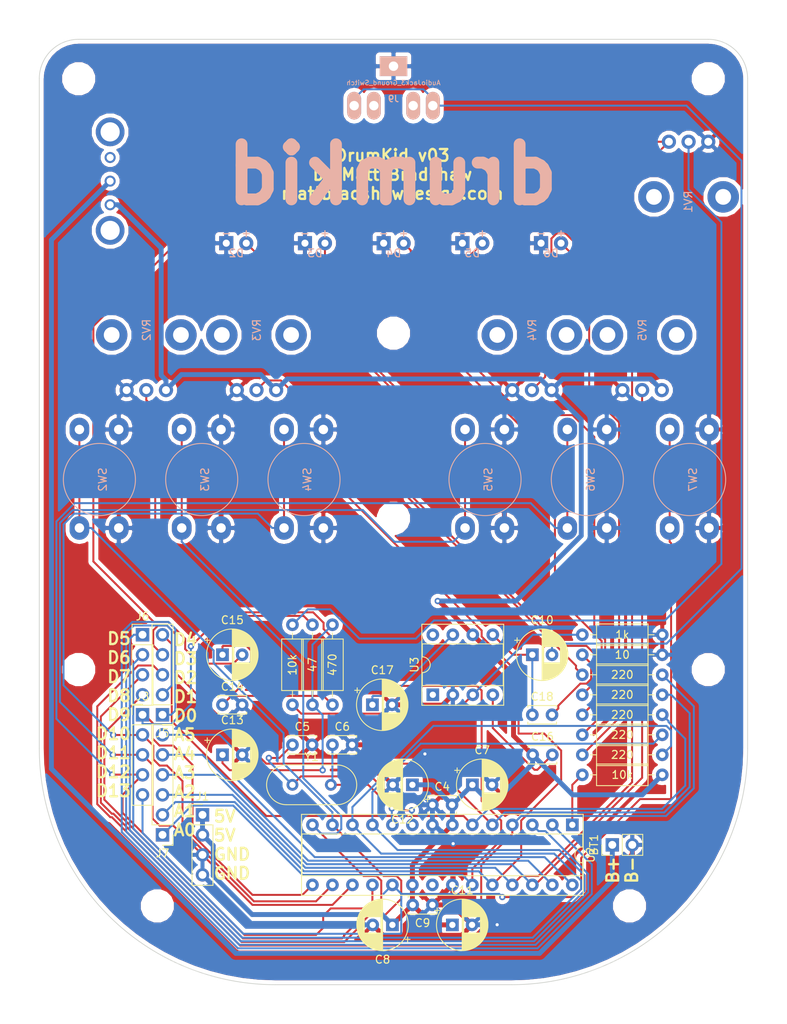
<source format=kicad_pcb>
(kicad_pcb (version 20171130) (host pcbnew "(5.0.1)-3")
  (title_block (title DrumKid) (rev 03) (company "Matt Bradshaw Design") (comment 1 "Author: Matt Bradshaw") (comment 2 "Open source design, feel free to use/modify/whatever"))
  (layers (0 F.Cu signal) (31 B.Cu signal) (34 B.Paste user) (35 F.Paste user) (36 B.SilkS user) (37 F.SilkS user) (38 B.Mask user) (39 F.Mask user) (44 Edge.Cuts user))
  (net 0 "")
  (net 1 GND)
  (net 2 "Net-(C10-Pad2)")
  (net 3 "Net-(J9-PadRN)")
  (net 4 "Net-(J9-PadTN)")
  (net 5 +5V)
  (net 6 "Net-(BT1-Pad1)")
  (net 7 "Net-(SW1-Pad3)")
  (net 8 "Net-(R2-Pad1)")
  (net 9 /DIGITAL_2)
  (net 10 "Net-(D2-Pad2)")
  (net 11 "Net-(D3-Pad2)")
  (net 12 /DIGITAL_3)
  (net 13 /DIGITAL_4)
  (net 14 "Net-(D4-Pad2)")
  (net 15 "Net-(D5-Pad2)")
  (net 16 /DIGITAL_5)
  (net 17 "Net-(C13-Pad1)")
  (net 18 "Net-(C14-Pad1)")
  (net 19 "Net-(R10-Pad1)")
  (net 20 "Net-(R9-Pad2)")
  (net 21 "Net-(C18-Pad2)")
  (net 22 /DIGITAL_6)
  (net 23 "Net-(D6-Pad2)")
  (net 24 /DIGITAL_9)
  (net 25 /ANALOG_3)
  (net 26 "Net-(C15-Pad2)")
  (net 27 /ANALOG_1)
  (net 28 /ANALOG_2)
  (net 29 /ANALOG_0)
  (net 30 "Net-(U3-Pad1)")
  (net 31 "Net-(C10-Pad1)")
  (net 32 "Net-(C17-Pad1)")
  (net 33 "Net-(C16-Pad2)")
  (net 34 "Net-(U3-Pad8)")
  (net 35 /DIGITAL_0)
  (net 36 /DIGITAL_10)
  (net 37 /DIGITAL_1)
  (net 38 /DIGITAL_11)
  (net 39 /DIGITAL_12)
  (net 40 /DIGITAL_13)
  (net 41 "Net-(U2-Pad21)")
  (net 42 "Net-(C5-Pad1)")
  (net 43 "Net-(C6-Pad1)")
  (net 44 /DIGITAL_7)
  (net 45 /ANALOG_4)
  (net 46 /DIGITAL_8)
  (net 47 /ANALOG_5)
  (module headphone:EG1206_NOSILK (layer B.Cu) (at 113.993946 60.991091 90)
    (fp_text reference SW1 hide)
    (fp_text value SW_SPDT hide)
    (pad MH2 thru_hole circle (at 9.25 0 90) (size 3.653 3.653) (drill 2.4352) (layers *.Cu *.Mask))
    (pad MH1 thru_hole circle (at -3.25 0 90) (size 3.653 3.653) (drill 2.4352) (layers *.Cu *.Mask))
    (pad 3 thru_hole circle (at 6 0 90) (size 1.4 1.4) (drill 0.9) (layers *.Cu *.Mask) (net 7 "Net-(SW1-Pad3)"))
    (pad 2 thru_hole circle (at 3 0 90) (size 1.4 1.4) (drill 0.9) (layers *.Cu *.Mask) (net 6 "Net-(BT1-Pad1)"))
    (pad 1 thru_hole circle (at 0 0 90) (size 1.4 1.4) (drill 0.9) (layers *.Cu *.Mask) (net 5 +5V))
  )
  (module headphone:R_Axial_DIN0207_L6.3mm_D2.5mm_P10.16mm_Horizontal_VALMOD (layer F.Cu) (at 139.7 124.46 90)
    (fp_text reference R1)
    (fp_text value 47 (at 5.08 0 90) (layer F.SilkS))
    (pad 2 thru_hole oval (at 10.16 0 90) (size 1.6 1.6) (drill 0.8) (layers *.Cu *.Mask) (net 24 /DIGITAL_9))
    (pad 1 thru_hole circle (at 0 0 90) (size 1.6 1.6) (drill 0.8) (layers *.Cu *.Mask) (net 17 "Net-(C13-Pad1)"))
  )
  (module headphone:R_Axial_DIN0207_L6.3mm_D2.5mm_P10.16mm_Horizontal_VALMOD (layer F.Cu) (at 173.99 130.81)
    (fp_text reference R7)
    (fp_text value 220 (at 5.08 0) (layer F.SilkS))
    (pad 2 thru_hole oval (at 10.16 0) (size 1.6 1.6) (drill 0.8) (layers *.Cu *.Mask) (net 22 /DIGITAL_6))
    (pad 1 thru_hole circle (at 0 0) (size 1.6 1.6) (drill 0.8) (layers *.Cu *.Mask) (net 23 "Net-(D6-Pad2)"))
  )
  (module headphone:R_Axial_DIN0207_L6.3mm_D2.5mm_P10.16mm_Horizontal_VALMOD (layer F.Cu) (at 173.99 118.11)
    (fp_text reference R11)
    (fp_text value 10 (at 5.08 0) (layer F.SilkS))
    (pad 2 thru_hole oval (at 10.16 0) (size 1.6 1.6) (drill 0.8) (layers *.Cu *.Mask) (net 1 GND))
    (pad 1 thru_hole circle (at 0 0) (size 1.6 1.6) (drill 0.8) (layers *.Cu *.Mask) (net 21 "Net-(C18-Pad2)"))
  )
  (module headphone:R_Axial_DIN0207_L6.3mm_D2.5mm_P10.16mm_Horizontal_VALMOD (layer F.Cu) (at 173.99 115.57)
    (fp_text reference R10)
    (fp_text value 1k (at 5.08 0) (layer F.SilkS))
    (pad 2 thru_hole oval (at 10.16 0) (size 1.6 1.6) (drill 0.8) (layers *.Cu *.Mask) (net 1 GND))
    (pad 1 thru_hole circle (at 0 0) (size 1.6 1.6) (drill 0.8) (layers *.Cu *.Mask) (net 19 "Net-(R10-Pad1)"))
  )
  (module headphone:R_Axial_DIN0207_L6.3mm_D2.5mm_P10.16mm_Horizontal_VALMOD (layer F.Cu) (at 137.16 124.46 90)
    (fp_text reference R9)
    (fp_text value 10k (at 5.08 0 90) (layer F.SilkS))
    (pad 2 thru_hole oval (at 10.16 0 90) (size 1.6 1.6) (drill 0.8) (layers *.Cu *.Mask) (net 20 "Net-(R9-Pad2)"))
    (pad 1 thru_hole circle (at 0 0 90) (size 1.6 1.6) (drill 0.8) (layers *.Cu *.Mask) (net 19 "Net-(R10-Pad1)"))
  )
  (module headphone:R_Axial_DIN0207_L6.3mm_D2.5mm_P10.16mm_Horizontal_VALMOD (layer F.Cu) (at 142.24 124.46 90)
    (fp_text reference R8)
    (fp_text value 470 (at 5.08 0 90) (layer F.SilkS))
    (pad 2 thru_hole oval (at 10.16 0 90) (size 1.6 1.6) (drill 0.8) (layers *.Cu *.Mask) (net 17 "Net-(C13-Pad1)"))
    (pad 1 thru_hole circle (at 0 0 90) (size 1.6 1.6) (drill 0.8) (layers *.Cu *.Mask) (net 18 "Net-(C14-Pad1)"))
  )
  (module headphone:R_Axial_DIN0207_L6.3mm_D2.5mm_P10.16mm_Horizontal_VALMOD (layer F.Cu) (at 173.99 128.27)
    (fp_text reference R6)
    (fp_text value 220 (at 5.08 0) (layer F.SilkS))
    (pad 2 thru_hole oval (at 10.16 0) (size 1.6 1.6) (drill 0.8) (layers *.Cu *.Mask) (net 16 /DIGITAL_5))
    (pad 1 thru_hole circle (at 0 0) (size 1.6 1.6) (drill 0.8) (layers *.Cu *.Mask) (net 15 "Net-(D5-Pad2)"))
  )
  (module headphone:R_Axial_DIN0207_L6.3mm_D2.5mm_P10.16mm_Horizontal_VALMOD (layer F.Cu) (at 173.99 125.73)
    (fp_text reference R5)
    (fp_text value 220 (at 5.08 0) (layer F.SilkS))
    (pad 2 thru_hole oval (at 10.16 0) (size 1.6 1.6) (drill 0.8) (layers *.Cu *.Mask) (net 13 /DIGITAL_4))
    (pad 1 thru_hole circle (at 0 0) (size 1.6 1.6) (drill 0.8) (layers *.Cu *.Mask) (net 14 "Net-(D4-Pad2)"))
  )
  (module headphone:R_Axial_DIN0207_L6.3mm_D2.5mm_P10.16mm_Horizontal_VALMOD (layer F.Cu) (at 173.99 123.19)
    (fp_text reference R4)
    (fp_text value 220 (at 5.08 0) (layer F.SilkS))
    (pad 2 thru_hole oval (at 10.16 0) (size 1.6 1.6) (drill 0.8) (layers *.Cu *.Mask) (net 12 /DIGITAL_3))
    (pad 1 thru_hole circle (at 0 0) (size 1.6 1.6) (drill 0.8) (layers *.Cu *.Mask) (net 11 "Net-(D3-Pad2)"))
  )
  (module headphone:R_Axial_DIN0207_L6.3mm_D2.5mm_P10.16mm_Horizontal_VALMOD (layer F.Cu) (at 173.99 120.65)
    (fp_text reference R3)
    (fp_text value 220 (at 5.08 0) (layer F.SilkS))
    (pad 2 thru_hole oval (at 10.16 0) (size 1.6 1.6) (drill 0.8) (layers *.Cu *.Mask) (net 9 /DIGITAL_2))
    (pad 1 thru_hole circle (at 0 0) (size 1.6 1.6) (drill 0.8) (layers *.Cu *.Mask) (net 10 "Net-(D2-Pad2)"))
  )
  (module headphone:R_Axial_DIN0207_L6.3mm_D2.5mm_P10.16mm_Horizontal_VALMOD (layer F.Cu) (at 173.99 133.35)
    (fp_text reference R2)
    (fp_text value 10k (at 5.08 0) (layer F.SilkS))
    (pad 2 thru_hole oval (at 10.16 0) (size 1.6 1.6) (drill 0.8) (layers *.Cu *.Mask) (net 5 +5V))
    (pad 1 thru_hole circle (at 0 0) (size 1.6 1.6) (drill 0.8) (layers *.Cu *.Mask) (net 8 "Net-(R2-Pad1)"))
  )
  (module headphone:Potentiometer_Alps_RK09K_Single_Vertical_NOSILK (layer B.Cu) (at 189.993946 52.991091 270)
    (fp_text reference RV1 (at 7.62 2.54 270) (layer B.SilkS) (effects (justify mirror)))
    (fp_text value 10k)
    (pad "" np_thru_hole circle (at 7 -1.9 270) (size 4 4) (drill 2) (layers *.Cu *.Mask))
    (pad "" np_thru_hole circle (at 7 6.9 270) (size 4 4) (drill 2) (layers *.Cu *.Mask))
    (pad 1 thru_hole circle (at 0 0 270) (size 1.8 1.8) (drill 1) (layers *.Cu *.Mask) (net 1 GND))
    (pad 2 thru_hole circle (at 0 2.5 270) (size 1.8 1.8) (drill 1) (layers *.Cu *.Mask) (net 20 "Net-(R9-Pad2)"))
    (pad 3 thru_hole circle (at 0 5 270) (size 1.8 1.8) (drill 1) (layers *.Cu *.Mask) (net 26 "Net-(C15-Pad2)"))
  )
  (module headphone:LED_D5.0mm_NOSILK (layer B.Cu) (at 168.75 65.86729)
    (fp_text reference D6 (at 1.27 1.27) (layer B.SilkS) (effects (justify mirror)))
    (fp_text value LED)
    (fp_text user - (at 0 -1.27) (layer B.SilkS) (effects (justify mirror)))
    (fp_text user + (at 2.54 -1.27) (layer B.SilkS) (effects (justify mirror)))
    (pad 2 thru_hole circle (at 2.54 0) (size 1.8 1.8) (drill 0.9) (layers *.Cu *.Mask) (net 23 "Net-(D6-Pad2)"))
    (pad 1 thru_hole rect (at 0 0) (size 1.8 1.8) (drill 0.9) (layers *.Cu *.Mask) (net 1 GND))
  )
  (module headphone:LED_D5.0mm_NOSILK (layer B.Cu) (at 158.75 65.86729)
    (fp_text reference D5 (at 1.27 1.27) (layer B.SilkS) (effects (justify mirror)))
    (fp_text value LED)
    (fp_text user - (at 0 -1.27) (layer B.SilkS) (effects (justify mirror)))
    (fp_text user + (at 2.54 -1.27) (layer B.SilkS) (effects (justify mirror)))
    (pad 2 thru_hole circle (at 2.54 0) (size 1.8 1.8) (drill 0.9) (layers *.Cu *.Mask) (net 15 "Net-(D5-Pad2)"))
    (pad 1 thru_hole rect (at 0 0) (size 1.8 1.8) (drill 0.9) (layers *.Cu *.Mask) (net 1 GND))
  )
  (module headphone:LED_D5.0mm_NOSILK (layer B.Cu) (at 148.75 65.86729)
    (fp_text reference D4 (at 1.27 1.27) (layer B.SilkS) (effects (justify mirror)))
    (fp_text value LED)
    (fp_text user - (at 0 -1.27) (layer B.SilkS) (effects (justify mirror)))
    (fp_text user + (at 2.54 -1.27) (layer B.SilkS) (effects (justify mirror)))
    (pad 2 thru_hole circle (at 2.54 0) (size 1.8 1.8) (drill 0.9) (layers *.Cu *.Mask) (net 14 "Net-(D4-Pad2)"))
    (pad 1 thru_hole rect (at 0 0) (size 1.8 1.8) (drill 0.9) (layers *.Cu *.Mask) (net 1 GND))
  )
  (module headphone:LED_D5.0mm_NOSILK (layer B.Cu) (at 138.75 65.86729)
    (fp_text reference D3 (at 1.27 1.27) (layer B.SilkS) (effects (justify mirror)))
    (fp_text value LED)
    (fp_text user - (at 0 -1.27) (layer B.SilkS) (effects (justify mirror)))
    (fp_text user + (at 2.54 -1.27) (layer B.SilkS) (effects (justify mirror)))
    (pad 2 thru_hole circle (at 2.54 0) (size 1.8 1.8) (drill 0.9) (layers *.Cu *.Mask) (net 11 "Net-(D3-Pad2)"))
    (pad 1 thru_hole rect (at 0 0) (size 1.8 1.8) (drill 0.9) (layers *.Cu *.Mask) (net 1 GND))
  )
  (module headphone:LED_D5.0mm_NOSILK (layer B.Cu) (at 128.75 65.86729)
    (fp_text reference D2 (at 1.27 1.27) (layer B.SilkS) (effects (justify mirror)))
    (fp_text value LED)
    (fp_text user - (at 0 -1.27) (layer B.SilkS) (effects (justify mirror)))
    (fp_text user + (at 2.54 -1.27) (layer B.SilkS) (effects (justify mirror)))
    (pad 2 thru_hole circle (at 2.54 0) (size 1.8 1.8) (drill 0.9) (layers *.Cu *.Mask) (net 10 "Net-(D2-Pad2)"))
    (pad 1 thru_hole rect (at 0 0) (size 1.8 1.8) (drill 0.9) (layers *.Cu *.Mask) (net 1 GND))
  )
  (module headphone:Tayda_3.5mm_stereo_TRS_jack_A-853_NOSILK (layer B.Cu) (at 150 45 180)
    (fp_text reference J9 (at 0 -2.54 180) (layer B.SilkS) (effects (font (size 0.8 0.8)) (justify mirror)))
    (fp_text value AudioJack3_Ground_Switch (at 0 -0.508 180) (layer B.SilkS) (effects (font (size 0.6 0.6) (thickness 0.1)) (justify mirror)))
    (pad TN thru_hole oval (at -2.5 -3.41 180) (size 1.75 3.5) (drill 1.2) (layers *.Cu *.Mask B.SilkS) (net 4 "Net-(J9-PadTN)"))
    (pad RN thru_hole oval (at 2.5 -3.41 180) (size 1.75 3.5) (drill 1.2) (layers *.Cu *.Mask B.SilkS) (net 3 "Net-(J9-PadRN)"))
    (pad T thru_hole oval (at -5 -3.41 180) (size 1.75 3.5) (drill 1.2) (layers *.Cu *.Mask B.SilkS) (net 2 "Net-(C10-Pad2)"))
    (pad R thru_hole oval (at 5 -3.41 180) (size 1.75 3.5) (drill 1.2) (layers *.Cu *.Mask B.SilkS) (net 2 "Net-(C10-Pad2)"))
    (pad S thru_hole rect (at 0 1.596 180) (size 3.5 2.5) (drill 1.2) (layers *.Cu *.Mask B.SilkS) (net 1 GND))
  )
  (module headphone:Potentiometer_Alps_RK09K_Single_Vertical_NOSILK (layer B.Cu) (at 116.089897 84.51729 90)
    (fp_text reference RV2 (at 7.62 2.54 90) (layer B.SilkS) (effects (justify mirror)))
    (fp_text value R_POT)
    (pad "" np_thru_hole circle (at 7 -1.9 90) (size 4 4) (drill 2) (layers *.Cu *.Mask))
    (pad "" np_thru_hole circle (at 7 6.9 90) (size 4 4) (drill 2) (layers *.Cu *.Mask))
    (pad 1 thru_hole circle (at 0 0 90) (size 1.8 1.8) (drill 1) (layers *.Cu *.Mask) (net 1 GND))
    (pad 2 thru_hole circle (at 0 2.5 90) (size 1.8 1.8) (drill 1) (layers *.Cu *.Mask) (net 29 /ANALOG_0))
    (pad 3 thru_hole circle (at 0 5 90) (size 1.8 1.8) (drill 1) (layers *.Cu *.Mask) (net 5 +5V))
  )
  (module headphone:Potentiometer_Alps_RK09K_Single_Vertical_NOSILK (layer B.Cu) (at 165.089897 84.51729 90)
    (fp_text reference RV4 (at 7.62 2.54 90) (layer B.SilkS) (effects (justify mirror)))
    (fp_text value R_POT)
    (pad "" np_thru_hole circle (at 7 -1.9 90) (size 4 4) (drill 2) (layers *.Cu *.Mask))
    (pad "" np_thru_hole circle (at 7 6.9 90) (size 4 4) (drill 2) (layers *.Cu *.Mask))
    (pad 1 thru_hole circle (at 0 0 90) (size 1.8 1.8) (drill 1) (layers *.Cu *.Mask) (net 1 GND))
    (pad 2 thru_hole circle (at 0 2.5 90) (size 1.8 1.8) (drill 1) (layers *.Cu *.Mask) (net 28 /ANALOG_2))
    (pad 3 thru_hole circle (at 0 5 90) (size 1.8 1.8) (drill 1) (layers *.Cu *.Mask) (net 5 +5V))
  )
  (module headphone:Potentiometer_Alps_RK09K_Single_Vertical_NOSILK (layer B.Cu) (at 130.089897 84.51729 90)
    (fp_text reference RV3 (at 7.62 2.54 90) (layer B.SilkS) (effects (justify mirror)))
    (fp_text value R_POT)
    (pad "" np_thru_hole circle (at 7 -1.9 90) (size 4 4) (drill 2) (layers *.Cu *.Mask))
    (pad "" np_thru_hole circle (at 7 6.9 90) (size 4 4) (drill 2) (layers *.Cu *.Mask))
    (pad 1 thru_hole circle (at 0 0 90) (size 1.8 1.8) (drill 1) (layers *.Cu *.Mask) (net 1 GND))
    (pad 2 thru_hole circle (at 0 2.5 90) (size 1.8 1.8) (drill 1) (layers *.Cu *.Mask) (net 27 /ANALOG_1))
    (pad 3 thru_hole circle (at 0 5 90) (size 1.8 1.8) (drill 1) (layers *.Cu *.Mask) (net 5 +5V))
  )
  (module headphone:Potentiometer_Alps_RK09K_Single_Vertical_NOSILK (layer B.Cu) (at 179.089897 84.51729 90)
    (fp_text reference RV5 (at 7.62 2.54 90) (layer B.SilkS) (effects (justify mirror)))
    (fp_text value R_POT)
    (pad "" np_thru_hole circle (at 7 -1.9 90) (size 4 4) (drill 2) (layers *.Cu *.Mask))
    (pad "" np_thru_hole circle (at 7 6.9 90) (size 4 4) (drill 2) (layers *.Cu *.Mask))
    (pad 1 thru_hole circle (at 0 0 90) (size 1.8 1.8) (drill 1) (layers *.Cu *.Mask) (net 1 GND))
    (pad 2 thru_hole circle (at 0 2.5 90) (size 1.8 1.8) (drill 1) (layers *.Cu *.Mask) (net 25 /ANALOG_3))
    (pad 3 thru_hole circle (at 0 5 90) (size 1.8 1.8) (drill 1) (layers *.Cu *.Mask) (net 5 +5V))
  )
  (module headphone:SW_PUSH-12mm_Wuerth-430476085716_NOSILK (layer B.Cu) (at 110.089897 89.51729 270)
    (fp_text reference SW2 (at 6.35 -2.96 270) (layer B.SilkS) (effects (justify mirror)))
    (fp_text value SW_Push)
    (pad 1 thru_hole oval (at 12.5 0 270) (size 3 2.5) (drill 1.2) (layers *.Cu *.Mask) (net 44 /DIGITAL_7))
    (pad 2 thru_hole oval (at 12.5 -5 270) (size 3 2.5) (drill 1.2) (layers *.Cu *.Mask) (net 1 GND))
    (pad 1 thru_hole oval (at 0 0 270) (size 3 2.5) (drill 1.2) (layers *.Cu *.Mask) (net 44 /DIGITAL_7))
    (pad 2 thru_hole oval (at 0 -5 270) (size 3 2.5) (drill 1.2) (layers *.Cu *.Mask) (net 1 GND))
  )
  (module headphone:SW_PUSH-12mm_Wuerth-430476085716_NOSILK (layer B.Cu) (at 185.089897 89.51729 270)
    (fp_text reference SW7 (at 6.35 -2.96 270) (layer B.SilkS) (effects (justify mirror)))
    (fp_text value SW_Push)
    (pad 1 thru_hole oval (at 12.5 0 270) (size 3 2.5) (drill 1.2) (layers *.Cu *.Mask) (net 40 /DIGITAL_13))
    (pad 2 thru_hole oval (at 12.5 -5 270) (size 3 2.5) (drill 1.2) (layers *.Cu *.Mask) (net 1 GND))
    (pad 1 thru_hole oval (at 0 0 270) (size 3 2.5) (drill 1.2) (layers *.Cu *.Mask) (net 40 /DIGITAL_13))
    (pad 2 thru_hole oval (at 0 -5 270) (size 3 2.5) (drill 1.2) (layers *.Cu *.Mask) (net 1 GND))
  )
  (module headphone:SW_PUSH-12mm_Wuerth-430476085716_NOSILK (layer B.Cu) (at 172.089897 89.51729 270)
    (fp_text reference SW6 (at 6.35 -2.96 270) (layer B.SilkS) (effects (justify mirror)))
    (fp_text value SW_Push)
    (pad 1 thru_hole oval (at 12.5 0 270) (size 3 2.5) (drill 1.2) (layers *.Cu *.Mask) (net 39 /DIGITAL_12))
    (pad 2 thru_hole oval (at 12.5 -5 270) (size 3 2.5) (drill 1.2) (layers *.Cu *.Mask) (net 1 GND))
    (pad 1 thru_hole oval (at 0 0 270) (size 3 2.5) (drill 1.2) (layers *.Cu *.Mask) (net 39 /DIGITAL_12))
    (pad 2 thru_hole oval (at 0 -5 270) (size 3 2.5) (drill 1.2) (layers *.Cu *.Mask) (net 1 GND))
  )
  (module headphone:SW_PUSH-12mm_Wuerth-430476085716_NOSILK (layer B.Cu) (at 159.089897 89.51729 270)
    (fp_text reference SW5 (at 6.35 -2.96 270) (layer B.SilkS) (effects (justify mirror)))
    (fp_text value SW_Push)
    (pad 1 thru_hole oval (at 12.5 0 270) (size 3 2.5) (drill 1.2) (layers *.Cu *.Mask) (net 38 /DIGITAL_11))
    (pad 2 thru_hole oval (at 12.5 -5 270) (size 3 2.5) (drill 1.2) (layers *.Cu *.Mask) (net 1 GND))
    (pad 1 thru_hole oval (at 0 0 270) (size 3 2.5) (drill 1.2) (layers *.Cu *.Mask) (net 38 /DIGITAL_11))
    (pad 2 thru_hole oval (at 0 -5 270) (size 3 2.5) (drill 1.2) (layers *.Cu *.Mask) (net 1 GND))
  )
  (module headphone:SW_PUSH-12mm_Wuerth-430476085716_NOSILK (layer B.Cu) (at 136.089897 89.51729 270)
    (fp_text reference SW4 (at 6.35 -2.96 270) (layer B.SilkS) (effects (justify mirror)))
    (fp_text value SW_Push)
    (pad 1 thru_hole oval (at 12.5 0 270) (size 3 2.5) (drill 1.2) (layers *.Cu *.Mask) (net 36 /DIGITAL_10))
    (pad 2 thru_hole oval (at 12.5 -5 270) (size 3 2.5) (drill 1.2) (layers *.Cu *.Mask) (net 1 GND))
    (pad 1 thru_hole oval (at 0 0 270) (size 3 2.5) (drill 1.2) (layers *.Cu *.Mask) (net 36 /DIGITAL_10))
    (pad 2 thru_hole oval (at 0 -5 270) (size 3 2.5) (drill 1.2) (layers *.Cu *.Mask) (net 1 GND))
  )
  (module headphone:SW_PUSH-12mm_Wuerth-430476085716_NOSILK (layer B.Cu) (at 123.089897 89.51729 270)
    (fp_text reference SW3 (at 6.35 -2.96 270) (layer B.SilkS) (effects (justify mirror)))
    (fp_text value SW_Push)
    (pad 1 thru_hole oval (at 12.5 0 270) (size 3 2.5) (drill 1.2) (layers *.Cu *.Mask) (net 46 /DIGITAL_8))
    (pad 2 thru_hole oval (at 12.5 -5 270) (size 3 2.5) (drill 1.2) (layers *.Cu *.Mask) (net 1 GND))
    (pad 1 thru_hole oval (at 0 0 270) (size 3 2.5) (drill 1.2) (layers *.Cu *.Mask) (net 46 /DIGITAL_8))
    (pad 2 thru_hole oval (at 0 -5 270) (size 3 2.5) (drill 1.2) (layers *.Cu *.Mask) (net 1 GND))
  )
  (module Capacitor_THT:CP_Radial_D6.3mm_P2.50mm (layer F.Cu) (at 167.64 118.11)
    (fp_text reference C10 (at 1.25 -4.4) (layer F.SilkS))
    (fp_text value 220uF)
    (pad 2 thru_hole circle (at 2.5 0) (size 1.6 1.6) (drill 0.8) (layers *.Cu *.Mask) (net 2 "Net-(C10-Pad2)"))
    (pad 1 thru_hole rect (at 0 0) (size 1.6 1.6) (drill 0.8) (layers *.Cu *.Mask) (net 31 "Net-(C10-Pad1)"))
  )
  (module MountingHole:MountingHole_3.2mm_M3 (layer F.Cu) (at 150 100.791091)
    (fp_text reference REF** hide)
    (fp_text value MountingHole_3.2mm_M3)
    (pad 1 np_thru_hole circle (at 0 0) (size 3.2 3.2) (drill 3.2) (layers *.Cu *.Mask))
  )
  (module Connector_PinHeader_2.54mm:PinHeader_1x02_P2.54mm_Vertical (layer F.Cu) (at 177.8 142.24 90)
    (fp_text reference BT1 (at 0 -2.33 90) (layer F.SilkS))
    (fp_text value Battery)
    (pad 1 thru_hole rect (at 0 0 90) (size 1.7 1.7) (drill 1) (layers *.Cu *.Mask) (net 6 "Net-(BT1-Pad1)"))
    (pad 2 thru_hole oval (at 0 2.54 90) (size 1.7 1.7) (drill 1) (layers *.Cu *.Mask) (net 1 GND))
  )
  (module Capacitor_THT:CP_Radial_D6.3mm_P2.50mm (layer F.Cu) (at 149.86 152.4 180)
    (fp_text reference C8 (at 1.25 -4.4 180) (layer F.SilkS))
    (fp_text value CP)
    (pad 2 thru_hole circle (at 2.5 0 180) (size 1.6 1.6) (drill 0.8) (layers *.Cu *.Mask) (net 1 GND))
    (pad 1 thru_hole rect (at 0 0 180) (size 1.6 1.6) (drill 0.8) (layers *.Cu *.Mask) (net 5 +5V))
  )
  (module Capacitor_THT:CP_Radial_D6.3mm_P2.50mm (layer F.Cu) (at 147.32 124.46)
    (fp_text reference C17 (at 1.25 -4.4) (layer F.SilkS))
    (fp_text value 10uF)
    (pad 1 thru_hole rect (at 0 0) (size 1.6 1.6) (drill 0.8) (layers *.Cu *.Mask) (net 32 "Net-(C17-Pad1)"))
    (pad 2 thru_hole circle (at 2.5 0) (size 1.6 1.6) (drill 0.8) (layers *.Cu *.Mask) (net 1 GND))
  )
  (module Capacitor_THT:CP_Radial_D6.3mm_P2.50mm (layer F.Cu) (at 128.27 130.81)
    (fp_text reference C13 (at 1.25 -4.4) (layer F.SilkS))
    (fp_text value 2.2uF)
    (pad 2 thru_hole circle (at 2.5 0) (size 1.6 1.6) (drill 0.8) (layers *.Cu *.Mask) (net 1 GND))
    (pad 1 thru_hole rect (at 0 0) (size 1.6 1.6) (drill 0.8) (layers *.Cu *.Mask) (net 17 "Net-(C13-Pad1)"))
  )
  (module Capacitor_THT:CP_Radial_D6.3mm_P2.50mm (layer F.Cu) (at 152.4 134.62 180)
    (fp_text reference C12 (at 1.25 -4.4 180) (layer F.SilkS))
    (fp_text value CP)
    (pad 1 thru_hole rect (at 0 0 180) (size 1.6 1.6) (drill 0.8) (layers *.Cu *.Mask) (net 5 +5V))
    (pad 2 thru_hole circle (at 2.5 0 180) (size 1.6 1.6) (drill 0.8) (layers *.Cu *.Mask) (net 1 GND))
  )
  (module Capacitor_THT:CP_Radial_D6.3mm_P2.50mm (layer F.Cu) (at 157.48 152.4)
    (fp_text reference C11 (at 1.25 -4.4) (layer F.SilkS))
    (fp_text value CP)
    (pad 2 thru_hole circle (at 2.5 0) (size 1.6 1.6) (drill 0.8) (layers *.Cu *.Mask) (net 1 GND))
    (pad 1 thru_hole rect (at 0 0) (size 1.6 1.6) (drill 0.8) (layers *.Cu *.Mask) (net 5 +5V))
  )
  (module Capacitor_THT:CP_Radial_D6.3mm_P2.50mm (layer F.Cu) (at 160.02 134.62)
    (fp_text reference C7 (at 1.25 -4.4) (layer F.SilkS))
    (fp_text value CP)
    (pad 1 thru_hole rect (at 0 0) (size 1.6 1.6) (drill 0.8) (layers *.Cu *.Mask) (net 5 +5V))
    (pad 2 thru_hole circle (at 2.5 0) (size 1.6 1.6) (drill 0.8) (layers *.Cu *.Mask) (net 1 GND))
  )
  (module Capacitor_THT:CP_Radial_D6.3mm_P2.50mm (layer F.Cu) (at 128.27 118.11)
    (fp_text reference C15 (at 1.25 -4.4) (layer F.SilkS))
    (fp_text value 10uF)
    (pad 1 thru_hole rect (at 0 0) (size 1.6 1.6) (drill 0.8) (layers *.Cu *.Mask) (net 18 "Net-(C14-Pad1)"))
    (pad 2 thru_hole circle (at 2.5 0) (size 1.6 1.6) (drill 0.8) (layers *.Cu *.Mask) (net 26 "Net-(C15-Pad2)"))
  )
  (module Capacitor_THT:C_Disc_D3.4mm_W2.1mm_P2.50mm (layer F.Cu) (at 154.94 149.86 180)
    (fp_text reference C9 (at 1.25 -2.3 180) (layer F.SilkS))
    (fp_text value C)
    (pad 1 thru_hole circle (at 0 0 180) (size 1.6 1.6) (drill 0.8) (layers *.Cu *.Mask) (net 1 GND))
    (pad 2 thru_hole circle (at 2.5 0 180) (size 1.6 1.6) (drill 0.8) (layers *.Cu *.Mask) (net 5 +5V))
  )
  (module Capacitor_THT:C_Disc_D3.4mm_W2.1mm_P2.50mm (layer F.Cu) (at 142.24 129.54)
    (fp_text reference C6 (at 1.25 -2.3) (layer F.SilkS))
    (fp_text value 22pF)
    (pad 2 thru_hole circle (at 2.5 0) (size 1.6 1.6) (drill 0.8) (layers *.Cu *.Mask) (net 1 GND))
    (pad 1 thru_hole circle (at 0 0) (size 1.6 1.6) (drill 0.8) (layers *.Cu *.Mask) (net 43 "Net-(C6-Pad1)"))
  )
  (module Capacitor_THT:C_Disc_D3.4mm_W2.1mm_P2.50mm (layer F.Cu) (at 128.27 124.46)
    (fp_text reference C14 (at 1.25 -2.3) (layer F.SilkS))
    (fp_text value 220nF)
    (pad 1 thru_hole circle (at 0 0) (size 1.6 1.6) (drill 0.8) (layers *.Cu *.Mask) (net 18 "Net-(C14-Pad1)"))
    (pad 2 thru_hole circle (at 2.5 0) (size 1.6 1.6) (drill 0.8) (layers *.Cu *.Mask) (net 1 GND))
  )
  (module Capacitor_THT:C_Disc_D3.4mm_W2.1mm_P2.50mm (layer F.Cu) (at 137.16 129.54)
    (fp_text reference C5 (at 1.25 -2.3) (layer F.SilkS))
    (fp_text value 22pF)
    (pad 2 thru_hole circle (at 2.5 0) (size 1.6 1.6) (drill 0.8) (layers *.Cu *.Mask) (net 1 GND))
    (pad 1 thru_hole circle (at 0 0) (size 1.6 1.6) (drill 0.8) (layers *.Cu *.Mask) (net 42 "Net-(C5-Pad1)"))
  )
  (module Capacitor_THT:C_Disc_D3.4mm_W2.1mm_P2.50mm (layer F.Cu) (at 167.68 130.81)
    (fp_text reference C16 (at 1.25 -2.3) (layer F.SilkS))
    (fp_text value 100nF)
    (pad 1 thru_hole circle (at 0 0) (size 1.6 1.6) (drill 0.8) (layers *.Cu *.Mask) (net 5 +5V))
    (pad 2 thru_hole circle (at 2.5 0) (size 1.6 1.6) (drill 0.8) (layers *.Cu *.Mask) (net 33 "Net-(C16-Pad2)"))
  )
  (module Capacitor_THT:C_Disc_D3.4mm_W2.1mm_P2.50mm (layer F.Cu) (at 154.94 137.16)
    (fp_text reference C4 (at 1.25 -2.3) (layer F.SilkS))
    (fp_text value C)
    (pad 2 thru_hole circle (at 2.5 0) (size 1.6 1.6) (drill 0.8) (layers *.Cu *.Mask) (net 5 +5V))
    (pad 1 thru_hole circle (at 0 0) (size 1.6 1.6) (drill 0.8) (layers *.Cu *.Mask) (net 1 GND))
  )
  (module Capacitor_THT:C_Disc_D3.4mm_W2.1mm_P2.50mm (layer F.Cu) (at 167.64 125.73)
    (fp_text reference C18 (at 1.25 -2.3) (layer F.SilkS))
    (fp_text value 100nF)
    (pad 1 thru_hole circle (at 0 0) (size 1.6 1.6) (drill 0.8) (layers *.Cu *.Mask) (net 31 "Net-(C10-Pad1)"))
    (pad 2 thru_hole circle (at 2.5 0) (size 1.6 1.6) (drill 0.8) (layers *.Cu *.Mask) (net 21 "Net-(C18-Pad2)"))
  )
  (module Connector_PinHeader_2.54mm:PinHeader_1x04_P2.54mm_Vertical (layer F.Cu) (at 125.73 138.43)
    (fp_text reference J1 (at 0 -2.33) (layer F.SilkS))
    (fp_text value Conn_01x04_Female)
    (pad 4 thru_hole oval (at 0 7.62) (size 1.7 1.7) (drill 1) (layers *.Cu *.Mask) (net 1 GND))
    (pad 3 thru_hole oval (at 0 5.08) (size 1.7 1.7) (drill 1) (layers *.Cu *.Mask) (net 1 GND))
    (pad 2 thru_hole oval (at 0 2.54) (size 1.7 1.7) (drill 1) (layers *.Cu *.Mask) (net 5 +5V))
    (pad 1 thru_hole rect (at 0 0) (size 1.7 1.7) (drill 1) (layers *.Cu *.Mask) (net 5 +5V))
  )
  (module Connector_PinHeader_2.54mm:PinHeader_1x04_P2.54mm_Vertical (layer F.Cu) (at 118.11 115.57)
    (fp_text reference J6 (at 0 -2.33) (layer F.SilkS))
    (fp_text value Conn_01x04_Female)
    (pad 1 thru_hole rect (at 0 0) (size 1.7 1.7) (drill 1) (layers *.Cu *.Mask) (net 16 /DIGITAL_5))
    (pad 2 thru_hole oval (at 0 2.54) (size 1.7 1.7) (drill 1) (layers *.Cu *.Mask) (net 22 /DIGITAL_6))
    (pad 3 thru_hole oval (at 0 5.08) (size 1.7 1.7) (drill 1) (layers *.Cu *.Mask) (net 44 /DIGITAL_7))
    (pad 4 thru_hole oval (at 0 7.62) (size 1.7 1.7) (drill 1) (layers *.Cu *.Mask) (net 46 /DIGITAL_8))
  )
  (module Connector_PinHeader_2.54mm:PinHeader_1x05_P2.54mm_Vertical (layer F.Cu) (at 118.11 125.73)
    (fp_text reference J8 (at 0 -2.33) (layer F.SilkS))
    (fp_text value Conn_01x05_Female)
    (pad 5 thru_hole oval (at 0 10.16) (size 1.7 1.7) (drill 1) (layers *.Cu *.Mask) (net 40 /DIGITAL_13))
    (pad 4 thru_hole oval (at 0 7.62) (size 1.7 1.7) (drill 1) (layers *.Cu *.Mask) (net 39 /DIGITAL_12))
    (pad 3 thru_hole oval (at 0 5.08) (size 1.7 1.7) (drill 1) (layers *.Cu *.Mask) (net 38 /DIGITAL_11))
    (pad 2 thru_hole oval (at 0 2.54) (size 1.7 1.7) (drill 1) (layers *.Cu *.Mask) (net 36 /DIGITAL_10))
    (pad 1 thru_hole rect (at 0 0) (size 1.7 1.7) (drill 1) (layers *.Cu *.Mask) (net 24 /DIGITAL_9))
  )
  (module Connector_PinHeader_2.54mm:PinHeader_1x05_P2.54mm_Vertical (layer F.Cu) (at 120.65 125.73 180)
    (fp_text reference J5 (at 0 -2.33 180) (layer F.SilkS))
    (fp_text value Conn_01x05_Female)
    (pad 1 thru_hole rect (at 0 0 180) (size 1.7 1.7) (drill 1) (layers *.Cu *.Mask) (net 35 /DIGITAL_0))
    (pad 2 thru_hole oval (at 0 2.54 180) (size 1.7 1.7) (drill 1) (layers *.Cu *.Mask) (net 37 /DIGITAL_1))
    (pad 3 thru_hole oval (at 0 5.08 180) (size 1.7 1.7) (drill 1) (layers *.Cu *.Mask) (net 9 /DIGITAL_2))
    (pad 4 thru_hole oval (at 0 7.62 180) (size 1.7 1.7) (drill 1) (layers *.Cu *.Mask) (net 12 /DIGITAL_3))
    (pad 5 thru_hole oval (at 0 10.16 180) (size 1.7 1.7) (drill 1) (layers *.Cu *.Mask) (net 13 /DIGITAL_4))
  )
  (module Connector_PinHeader_2.54mm:PinHeader_1x06_P2.54mm_Vertical (layer F.Cu) (at 120.65 140.97 180)
    (fp_text reference J7 (at 0 -2.33 180) (layer F.SilkS))
    (fp_text value Conn_01x06_Female)
    (pad 1 thru_hole rect (at 0 0 180) (size 1.7 1.7) (drill 1) (layers *.Cu *.Mask) (net 29 /ANALOG_0))
    (pad 2 thru_hole oval (at 0 2.54 180) (size 1.7 1.7) (drill 1) (layers *.Cu *.Mask) (net 27 /ANALOG_1))
    (pad 3 thru_hole oval (at 0 5.08 180) (size 1.7 1.7) (drill 1) (layers *.Cu *.Mask) (net 28 /ANALOG_2))
    (pad 4 thru_hole oval (at 0 7.62 180) (size 1.7 1.7) (drill 1) (layers *.Cu *.Mask) (net 25 /ANALOG_3))
    (pad 5 thru_hole oval (at 0 10.16 180) (size 1.7 1.7) (drill 1) (layers *.Cu *.Mask) (net 45 /ANALOG_4))
    (pad 6 thru_hole oval (at 0 12.7 180) (size 1.7 1.7) (drill 1) (layers *.Cu *.Mask) (net 47 /ANALOG_5))
  )
  (module Crystal:Crystal_HC49-4H_Vertical (layer F.Cu) (at 137.16 134.62)
    (fp_text reference Y1 (at 2.44 -3.525) (layer F.SilkS))
    (fp_text value Crystal)
    (pad 1 thru_hole circle (at 0 0) (size 1.5 1.5) (drill 0.8) (layers *.Cu *.Mask) (net 42 "Net-(C5-Pad1)"))
    (pad 2 thru_hole circle (at 4.88 0) (size 1.5 1.5) (drill 0.8) (layers *.Cu *.Mask) (net 43 "Net-(C6-Pad1)"))
  )
  (module Package_DIP:DIP-28_W7.62mm_Socket (layer F.Cu) (at 172.72 139.7 270)
    (fp_text reference U2 (at 3.81 -2.33 270) (layer F.SilkS))
    (fp_text value ATmega328P-PU)
    (pad 1 thru_hole rect (at 0 0 270) (size 1.6 1.6) (drill 0.8) (layers *.Cu *.Mask) (net 8 "Net-(R2-Pad1)"))
    (pad 15 thru_hole oval (at 7.62 33.02 270) (size 1.6 1.6) (drill 0.8) (layers *.Cu *.Mask) (net 24 /DIGITAL_9))
    (pad 2 thru_hole oval (at 0 2.54 270) (size 1.6 1.6) (drill 0.8) (layers *.Cu *.Mask) (net 35 /DIGITAL_0))
    (pad 16 thru_hole oval (at 7.62 30.48 270) (size 1.6 1.6) (drill 0.8) (layers *.Cu *.Mask) (net 36 /DIGITAL_10))
    (pad 3 thru_hole oval (at 0 5.08 270) (size 1.6 1.6) (drill 0.8) (layers *.Cu *.Mask) (net 37 /DIGITAL_1))
    (pad 17 thru_hole oval (at 7.62 27.94 270) (size 1.6 1.6) (drill 0.8) (layers *.Cu *.Mask) (net 38 /DIGITAL_11))
    (pad 4 thru_hole oval (at 0 7.62 270) (size 1.6 1.6) (drill 0.8) (layers *.Cu *.Mask) (net 9 /DIGITAL_2))
    (pad 18 thru_hole oval (at 7.62 25.4 270) (size 1.6 1.6) (drill 0.8) (layers *.Cu *.Mask) (net 39 /DIGITAL_12))
    (pad 5 thru_hole oval (at 0 10.16 270) (size 1.6 1.6) (drill 0.8) (layers *.Cu *.Mask) (net 12 /DIGITAL_3))
    (pad 19 thru_hole oval (at 7.62 22.86 270) (size 1.6 1.6) (drill 0.8) (layers *.Cu *.Mask) (net 40 /DIGITAL_13))
    (pad 6 thru_hole oval (at 0 12.7 270) (size 1.6 1.6) (drill 0.8) (layers *.Cu *.Mask) (net 13 /DIGITAL_4))
    (pad 20 thru_hole oval (at 7.62 20.32 270) (size 1.6 1.6) (drill 0.8) (layers *.Cu *.Mask) (net 5 +5V))
    (pad 7 thru_hole oval (at 0 15.24 270) (size 1.6 1.6) (drill 0.8) (layers *.Cu *.Mask) (net 5 +5V))
    (pad 21 thru_hole oval (at 7.62 17.78 270) (size 1.6 1.6) (drill 0.8) (layers *.Cu *.Mask) (net 41 "Net-(U2-Pad21)"))
    (pad 8 thru_hole oval (at 0 17.78 270) (size 1.6 1.6) (drill 0.8) (layers *.Cu *.Mask) (net 1 GND))
    (pad 22 thru_hole oval (at 7.62 15.24 270) (size 1.6 1.6) (drill 0.8) (layers *.Cu *.Mask) (net 1 GND))
    (pad 9 thru_hole oval (at 0 20.32 270) (size 1.6 1.6) (drill 0.8) (layers *.Cu *.Mask) (net 42 "Net-(C5-Pad1)"))
    (pad 23 thru_hole oval (at 7.62 12.7 270) (size 1.6 1.6) (drill 0.8) (layers *.Cu *.Mask) (net 29 /ANALOG_0))
    (pad 10 thru_hole oval (at 0 22.86 270) (size 1.6 1.6) (drill 0.8) (layers *.Cu *.Mask) (net 43 "Net-(C6-Pad1)"))
    (pad 24 thru_hole oval (at 7.62 10.16 270) (size 1.6 1.6) (drill 0.8) (layers *.Cu *.Mask) (net 27 /ANALOG_1))
    (pad 11 thru_hole oval (at 0 25.4 270) (size 1.6 1.6) (drill 0.8) (layers *.Cu *.Mask) (net 16 /DIGITAL_5))
    (pad 25 thru_hole oval (at 7.62 7.62 270) (size 1.6 1.6) (drill 0.8) (layers *.Cu *.Mask) (net 28 /ANALOG_2))
    (pad 12 thru_hole oval (at 0 27.94 270) (size 1.6 1.6) (drill 0.8) (layers *.Cu *.Mask) (net 22 /DIGITAL_6))
    (pad 26 thru_hole oval (at 7.62 5.08 270) (size 1.6 1.6) (drill 0.8) (layers *.Cu *.Mask) (net 25 /ANALOG_3))
    (pad 13 thru_hole oval (at 0 30.48 270) (size 1.6 1.6) (drill 0.8) (layers *.Cu *.Mask) (net 44 /DIGITAL_7))
    (pad 27 thru_hole oval (at 7.62 2.54 270) (size 1.6 1.6) (drill 0.8) (layers *.Cu *.Mask) (net 45 /ANALOG_4))
    (pad 14 thru_hole oval (at 0 33.02 270) (size 1.6 1.6) (drill 0.8) (layers *.Cu *.Mask) (net 46 /DIGITAL_8))
    (pad 28 thru_hole oval (at 7.62 0 270) (size 1.6 1.6) (drill 0.8) (layers *.Cu *.Mask) (net 47 /ANALOG_5))
  )
  (module Package_DIP:DIP-8_W7.62mm_Socket (layer F.Cu) (at 154.993946 123.19 90)
    (fp_text reference U3 (at 3.81 -2.33 90) (layer F.SilkS))
    (fp_text value LM386)
    (pad 1 thru_hole rect (at 0 0 90) (size 1.6 1.6) (drill 0.8) (layers *.Cu *.Mask) (net 30 "Net-(U3-Pad1)"))
    (pad 5 thru_hole oval (at 7.62 7.62 90) (size 1.6 1.6) (drill 0.8) (layers *.Cu *.Mask) (net 31 "Net-(C10-Pad1)"))
    (pad 2 thru_hole oval (at 0 2.54 90) (size 1.6 1.6) (drill 0.8) (layers *.Cu *.Mask) (net 1 GND))
    (pad 6 thru_hole oval (at 7.62 5.08 90) (size 1.6 1.6) (drill 0.8) (layers *.Cu *.Mask) (net 5 +5V))
    (pad 3 thru_hole oval (at 0 5.08 90) (size 1.6 1.6) (drill 0.8) (layers *.Cu *.Mask) (net 19 "Net-(R10-Pad1)"))
    (pad 7 thru_hole oval (at 7.62 2.54 90) (size 1.6 1.6) (drill 0.8) (layers *.Cu *.Mask) (net 32 "Net-(C17-Pad1)"))
    (pad 4 thru_hole oval (at 0 7.62 90) (size 1.6 1.6) (drill 0.8) (layers *.Cu *.Mask) (net 33 "Net-(C16-Pad2)"))
    (pad 8 thru_hole oval (at 7.62 0 90) (size 1.6 1.6) (drill 0.8) (layers *.Cu *.Mask) (net 34 "Net-(U3-Pad8)"))
  )
  (module MountingHole:MountingHole_3.2mm_M3 (layer F.Cu) (at 109.993946 44.991091)
    (fp_text reference REF** hide)
    (fp_text value MountingHole_3.2mm_M3)
    (pad 1 np_thru_hole circle (at 0 0) (size 3.2 3.2) (drill 3.2) (layers *.Cu *.Mask))
  )
  (module MountingHole:MountingHole_3.2mm_M3 (layer F.Cu) (at 189.993946 44.991091)
    (fp_text reference REF** hide)
    (fp_text value MountingHole_3.2mm_M3)
    (pad 1 np_thru_hole circle (at 0 0) (size 3.2 3.2) (drill 3.2) (layers *.Cu *.Mask))
  )
  (module MountingHole:MountingHole_3.2mm_M3 (layer F.Cu) (at 119.993946 149.991091)
    (fp_text reference REF** hide)
    (fp_text value MountingHole_3.2mm_M3)
    (pad 1 np_thru_hole circle (at 0 0) (size 3.2 3.2) (drill 3.2) (layers *.Cu *.Mask))
  )
  (module MountingHole:MountingHole_3.2mm_M3 (layer F.Cu) (at 179.993946 149.991091)
    (fp_text reference REF** hide)
    (fp_text value MountingHole_3.2mm_M3)
    (pad 1 np_thru_hole circle (at 0 0) (size 3.2 3.2) (drill 3.2) (layers *.Cu *.Mask))
  )
  (module MountingHole:MountingHole_3.2mm_M3 (layer F.Cu) (at 109.993946 119.991091)
    (fp_text reference REF** hide)
    (fp_text value MountingHole_3.2mm_M3)
    (pad 1 np_thru_hole circle (at 0 0) (size 3.2 3.2) (drill 3.2) (layers *.Cu *.Mask))
  )
  (module MountingHole:MountingHole_3.2mm_M3 (layer F.Cu) (at 189.993946 119.991091)
    (fp_text reference REF** hide)
    (fp_text value MountingHole_3.2mm_M3)
    (pad 1 np_thru_hole circle (at 0 0) (size 3.2 3.2) (drill 3.2) (layers *.Cu *.Mask))
  )
  (module MountingHole:MountingHole_3.2mm_M3 (layer F.Cu) (at 150 77.291091)
    (fp_text reference REF** hide)
    (fp_text value MountingHole_3.2mm_M3)
    (pad 1 np_thru_hole circle (at 0 0) (size 3.2 3.2) (drill 3.2) (layers *.Cu *.Mask))
  )
  (gr_text "DrumKid v03\nby Matt Bradshaw\nmattbradshawdesign.com" (at 149.86 57.15) (layer F.SilkS) (effects (font (size 1.5 1.5) (thickness 0.3))))
  (gr_text "DrumKid v03\nby Matt Bradshaw\nmattbradshawdesign.com" (at 150 55) (layer F.Cu) (effects (font (size 1.5 1.5) (thickness 0.3))))
  (gr_text drumkid (at 149.86 57.15) (layer B.SilkS) (effects (font (size 7 7) (thickness 1.5)) (justify mirror)))
  (gr_text "B+\nB-" (at 179.07 147.32 90) (layer F.SilkS) (effects (font (size 1.5 1.5) (thickness 0.3)) (justify left)))
  (gr_text "5V\n5V\nGND\nGND" (at 127 142.24) (layer F.SilkS) (effects (font (size 1.5 1.5) (thickness 0.3)) (justify left)))
  (gr_text "D4\nD3\nD2\nD1\nD0\nA5\nA4\nA3\nA2\nA1\nA0" (at 121.92 128.27) (layer F.SilkS) (effects (font (size 1.5 1.5) (thickness 0.3)) (justify left)))
  (gr_text "D5\nD6\nD7\nD8\nD9\nD10\nD11\nD12\nD13" (at 116.78 125.73) (layer F.SilkS) (effects (font (size 1.5 1.5) (thickness 0.3)) (justify right)))
  (gr_line (start 134.993946 159.991091) (end 164.993946 159.991091) (layer Edge.Cuts) (width 0.1))
  (gr_arc (start 164.993946 129.991091) (end 164.993946 159.991091) (angle -90) (layer Edge.Cuts) (width 0.1))
  (gr_arc (start 134.993946 129.991091) (end 104.993946 129.991091) (angle -90) (layer Edge.Cuts) (width 0.1))
  (gr_arc (start 189.993946 44.991091) (end 194.993946 44.991091) (angle -90) (layer Edge.Cuts) (width 0.1))
  (gr_arc (start 109.993946 44.991091) (end 109.993946 39.991091) (angle -90) (layer Edge.Cuts) (width 0.1))
  (gr_line (start 194.993946 44.991091) (end 194.993946 129.991091) (layer Edge.Cuts) (width 0.1))
  (gr_line (start 109.993946 39.991091) (end 189.993946 39.991091) (layer Edge.Cuts) (width 0.1))
  (gr_line (start 104.993946 44.991091) (end 104.993946 129.991091) (layer Edge.Cuts) (width 0.1))
  (segment (start 128.089897 102.01729) (end 128.089897 99.89229) (width 0.625) (layer F.Cu) (net 1))
  (segment (start 164.089897 102.01729) (end 164.089897 99.89229) (width 0.625) (layer F.Cu) (net 1))
  (segment (start 150.95137 124.46) (end 149.82 124.46) (width 0.625) (layer F.Cu) (net 1))
  (segment (start 150.993871 124.502501) (end 150.95137 124.46) (width 0.625) (layer F.Cu) (net 1))
  (segment (start 156.221445 124.502501) (end 150.993871 124.502501) (width 0.625) (layer F.Cu) (net 1))
  (segment (start 157.533946 123.19) (end 156.221445 124.502501) (width 0.625) (layer F.Cu) (net 1))
  (via (at 157.58 142.09) (size 0.8) (drill 0.4) (layers F.Cu B.Cu) (net 1))
  (segment (start 154.94 139.7) (end 155.19 139.7) (width 0.625) (layer B.Cu) (net 1))
  (segment (start 155.19 139.7) (end 157.58 142.09) (width 0.625) (layer B.Cu) (net 1))
  (segment (start 157.58 147.22) (end 157.48 147.32) (width 0.625) (layer F.Cu) (net 1))
  (segment (start 157.58 142.09) (end 157.58 147.22) (width 0.625) (layer F.Cu) (net 1))
  (segment (start 154.94 139.7) (end 154.94 137.16) (width 0.625) (layer B.Cu) (net 1))
  (segment (start 150.699999 135.419999) (end 149.9 134.62) (width 0.625) (layer B.Cu) (net 1))
  (segment (start 151.212501 135.932501) (end 150.699999 135.419999) (width 0.625) (layer B.Cu) (net 1))
  (segment (start 152.581131 135.932501) (end 151.212501 135.932501) (width 0.625) (layer B.Cu) (net 1))
  (segment (start 153.80863 137.16) (end 152.581131 135.932501) (width 0.625) (layer B.Cu) (net 1))
  (segment (start 154.94 137.16) (end 153.80863 137.16) (width 0.625) (layer B.Cu) (net 1))
  (segment (start 150.699999 133.820001) (end 149.9 134.62) (width 0.625) (layer B.Cu) (net 1))
  (segment (start 151.212501 133.307499) (end 150.699999 133.820001) (width 0.625) (layer B.Cu) (net 1))
  (segment (start 161.207499 133.307499) (end 151.212501 133.307499) (width 0.625) (layer B.Cu) (net 1))
  (segment (start 162.52 134.62) (end 161.207499 133.307499) (width 0.625) (layer B.Cu) (net 1))
  (segment (start 149.82 124.46) (end 144.74 129.54) (width 0.625) (layer B.Cu) (net 1))
  (via (at 153.99 130.7) (size 0.8) (drill 0.4) (layers F.Cu B.Cu) (net 1))
  (segment (start 162.52 134.62) (end 158.6 130.7) (width 0.625) (layer B.Cu) (net 1))
  (segment (start 158.6 130.7) (end 153.99 130.7) (width 0.625) (layer B.Cu) (net 1))
  (segment (start 152.83 129.54) (end 144.74 129.54) (width 0.625) (layer F.Cu) (net 1))
  (segment (start 153.99 130.7) (end 152.83 129.54) (width 0.625) (layer F.Cu) (net 1))
  (segment (start 148.159999 153.199999) (end 147.36 152.4) (width 0.625) (layer F.Cu) (net 1))
  (segment (start 148.672501 153.712501) (end 148.159999 153.199999) (width 0.625) (layer F.Cu) (net 1))
  (segment (start 158.667499 153.712501) (end 148.672501 153.712501) (width 0.625) (layer F.Cu) (net 1))
  (segment (start 159.98 152.4) (end 158.667499 153.712501) (width 0.625) (layer F.Cu) (net 1))
  (segment (start 154.94 149.86) (end 157.48 147.32) (width 0.625) (layer F.Cu) (net 1))
  (segment (start 157.44 149.86) (end 159.98 152.4) (width 0.625) (layer F.Cu) (net 1))
  (segment (start 154.94 149.86) (end 157.44 149.86) (width 0.625) (layer F.Cu) (net 1))
  (via (at 163.17 152.38) (size 0.8) (drill 0.4) (layers F.Cu B.Cu) (net 1))
  (segment (start 171.402081 152.38) (end 163.17 152.38) (width 0.625) (layer F.Cu) (net 1))
  (segment (start 180.34 142.24) (end 180.34 143.442081) (width 0.625) (layer F.Cu) (net 1))
  (segment (start 180.34 143.442081) (end 171.402081 152.38) (width 0.625) (layer F.Cu) (net 1))
  (segment (start 160 152.38) (end 159.98 152.4) (width 0.625) (layer B.Cu) (net 1))
  (segment (start 163.17 152.38) (end 160 152.38) (width 0.625) (layer B.Cu) (net 1))
  (segment (start 132.08 152.4) (end 147.36 152.4) (width 0.625) (layer B.Cu) (net 1))
  (segment (start 125.73 146.05) (end 132.08 152.4) (width 0.625) (layer B.Cu) (net 1))
  (segment (start 155 47.535) (end 155 48.41) (width 0.25) (layer B.Cu) (net 2))
  (segment (start 153.79999 46.33499) (end 155 47.535) (width 0.25) (layer B.Cu) (net 2))
  (segment (start 146.20001 46.33499) (end 153.79999 46.33499) (width 0.25) (layer B.Cu) (net 2))
  (segment (start 145 47.535) (end 146.20001 46.33499) (width 0.25) (layer B.Cu) (net 2))
  (segment (start 145 48.41) (end 145 47.535) (width 0.25) (layer B.Cu) (net 2))
  (segment (start 194.218947 55.40309) (end 187.225857 48.41) (width 0.25) (layer B.Cu) (net 2))
  (segment (start 194.218947 107.166055) (end 194.218947 55.40309) (width 0.25) (layer B.Cu) (net 2))
  (segment (start 156.125 48.41) (end 155 48.41) (width 0.25) (layer B.Cu) (net 2))
  (segment (start 170.423629 116.695001) (end 184.690001 116.695001) (width 0.25) (layer B.Cu) (net 2))
  (segment (start 187.225857 48.41) (end 156.125 48.41) (width 0.25) (layer B.Cu) (net 2))
  (segment (start 184.690001 116.695001) (end 194.218947 107.166055) (width 0.25) (layer B.Cu) (net 2))
  (segment (start 170.14 116.97863) (end 170.423629 116.695001) (width 0.25) (layer B.Cu) (net 2))
  (segment (start 170.14 118.11) (end 170.14 116.97863) (width 0.25) (layer B.Cu) (net 2))
  (segment (start 152.4 149.82) (end 152.44 149.86) (width 0.625) (layer B.Cu) (net 5))
  (segment (start 152.44 149.86) (end 152.4 149.86) (width 0.625) (layer B.Cu) (net 5))
  (segment (start 154.9 134.62) (end 157.44 137.16) (width 0.625) (layer B.Cu) (net 5))
  (segment (start 152.4 134.62) (end 154.9 134.62) (width 0.625) (layer B.Cu) (net 5))
  (segment (start 157.48 137.2) (end 157.44 137.16) (width 0.625) (layer B.Cu) (net 5))
  (segment (start 157.48 139.7) (end 157.48 137.2) (width 0.625) (layer B.Cu) (net 5))
  (segment (start 157.48 137.16) (end 160.02 134.62) (width 0.625) (layer B.Cu) (net 5))
  (segment (start 157.44 137.16) (end 157.48 137.16) (width 0.625) (layer B.Cu) (net 5))
  (segment (start 167.68 131.94137) (end 167.68 130.81) (width 0.625) (layer B.Cu) (net 5))
  (segment (start 163.688869 135.932501) (end 167.68 131.94137) (width 0.625) (layer B.Cu) (net 5))
  (segment (start 161.332501 135.932501) (end 163.688869 135.932501) (width 0.625) (layer B.Cu) (net 5))
  (segment (start 160.02 134.62) (end 161.332501 135.932501) (width 0.625) (layer B.Cu) (net 5))
  (segment (start 183.350001 134.149999) (end 184.15 133.35) (width 0.625) (layer B.Cu) (net 5))
  (segment (start 181.61 135.89) (end 183.350001 134.149999) (width 0.625) (layer B.Cu) (net 5))
  (segment (start 172.76 135.89) (end 181.61 135.89) (width 0.625) (layer B.Cu) (net 5))
  (segment (start 167.68 130.81) (end 172.76 135.89) (width 0.625) (layer B.Cu) (net 5))
  (segment (start 121.089897 83.244498) (end 121.089897 84.51729) (width 0.625) (layer B.Cu) (net 5))
  (segment (start 120.477396 82.631997) (end 121.089897 83.244498) (width 0.625) (layer B.Cu) (net 5))
  (segment (start 120.477396 66.484592) (end 120.477396 82.631997) (width 0.625) (layer B.Cu) (net 5))
  (segment (start 114.983895 60.991091) (end 120.477396 66.484592) (width 0.625) (layer B.Cu) (net 5))
  (segment (start 113.993946 60.991091) (end 114.983895 60.991091) (width 0.625) (layer B.Cu) (net 5))
  (segment (start 134.189898 83.617291) (end 135.089897 84.51729) (width 0.625) (layer B.Cu) (net 5))
  (segment (start 133.122607 82.55) (end 134.189898 83.617291) (width 0.625) (layer B.Cu) (net 5))
  (segment (start 123.057187 82.55) (end 133.122607 82.55) (width 0.625) (layer B.Cu) (net 5))
  (segment (start 121.089897 84.51729) (end 123.057187 82.55) (width 0.625) (layer B.Cu) (net 5))
  (segment (start 169.189898 83.617291) (end 170.089897 84.51729) (width 0.625) (layer B.Cu) (net 5))
  (segment (start 168.677396 83.104789) (end 169.189898 83.617291) (width 0.625) (layer B.Cu) (net 5))
  (segment (start 136.502398 83.104789) (end 168.677396 83.104789) (width 0.625) (layer B.Cu) (net 5))
  (segment (start 135.089897 84.51729) (end 136.502398 83.104789) (width 0.625) (layer B.Cu) (net 5))
  (segment (start 183.189898 83.617291) (end 184.089897 84.51729) (width 0.625) (layer B.Cu) (net 5))
  (segment (start 182.677396 83.104789) (end 183.189898 83.617291) (width 0.625) (layer B.Cu) (net 5))
  (segment (start 171.502398 83.104789) (end 182.677396 83.104789) (width 0.625) (layer B.Cu) (net 5))
  (segment (start 170.089897 84.51729) (end 171.502398 83.104789) (width 0.625) (layer B.Cu) (net 5))
  (segment (start 152.4 144.78) (end 157.48 139.7) (width 0.625) (layer F.Cu) (net 5))
  (segment (start 152.4 147.32) (end 152.4 144.78) (width 0.625) (layer F.Cu) (net 5))
  (segment (start 152.4 149.82) (end 152.44 149.86) (width 0.625) (layer F.Cu) (net 5))
  (segment (start 152.4 147.32) (end 152.4 149.82) (width 0.625) (layer F.Cu) (net 5))
  (segment (start 152.4 149.86) (end 149.86 152.4) (width 0.625) (layer F.Cu) (net 5))
  (segment (start 152.44 149.86) (end 152.4 149.86) (width 0.625) (layer F.Cu) (net 5))
  (segment (start 154.98 152.4) (end 157.48 152.4) (width 0.625) (layer F.Cu) (net 5))
  (segment (start 152.44 149.86) (end 154.98 152.4) (width 0.625) (layer F.Cu) (net 5))
  (segment (start 160.073946 115.57) (end 165.2524 120.748454) (width 0.625) (layer F.Cu) (net 5))
  (segment (start 165.2524 128.3824) (end 167.68 130.81) (width 0.625) (layer F.Cu) (net 5))
  (segment (start 165.2524 120.748454) (end 165.2524 128.3824) (width 0.625) (layer F.Cu) (net 5))
  (via (at 155.62 111.29) (size 0.8) (drill 0.4) (layers F.Cu B.Cu) (net 5))
  (segment (start 165.559752 111.29) (end 155.62 111.29) (width 0.625) (layer B.Cu) (net 5))
  (segment (start 173.852407 102.997345) (end 165.559752 111.29) (width 0.625) (layer B.Cu) (net 5))
  (segment (start 170.089897 84.51729) (end 173.852407 88.2798) (width 0.625) (layer B.Cu) (net 5))
  (segment (start 173.852407 88.2798) (end 173.852407 102.997345) (width 0.625) (layer B.Cu) (net 5))
  (segment (start 155.793946 111.29) (end 160.073946 115.57) (width 0.625) (layer F.Cu) (net 5))
  (segment (start 155.62 111.29) (end 155.793946 111.29) (width 0.625) (layer F.Cu) (net 5))
  (segment (start 127.092501 142.332501) (end 127.092501 146.142501) (width 0.625) (layer B.Cu) (net 5))
  (segment (start 125.73 140.97) (end 127.092501 142.332501) (width 0.625) (layer B.Cu) (net 5))
  (segment (start 148.547499 151.087499) (end 149.86 152.4) (width 0.625) (layer B.Cu) (net 5))
  (segment (start 132.037499 151.087499) (end 148.547499 151.087499) (width 0.625) (layer B.Cu) (net 5))
  (segment (start 127.092501 146.142501) (end 132.037499 151.087499) (width 0.625) (layer B.Cu) (net 5))
  (segment (start 125.73 140.97) (end 125.73 138.43) (width 0.625) (layer B.Cu) (net 5))
  (segment (start 177.8 143.715) (end 177.8 142.24) (width 0.625) (layer B.Cu) (net 6))
  (segment (start 177.8 146.773774) (end 177.8 143.715) (width 0.625) (layer B.Cu) (net 6))
  (segment (start 168.561228 156.012546) (end 177.8 146.773774) (width 0.625) (layer B.Cu) (net 6))
  (segment (start 129.960332 156.012546) (end 168.561228 156.012546) (width 0.625) (layer B.Cu) (net 6))
  (segment (start 106.531415 132.583629) (end 129.960332 156.012546) (width 0.625) (layer B.Cu) (net 6))
  (segment (start 106.531415 65.453622) (end 106.531415 132.583629) (width 0.625) (layer B.Cu) (net 6))
  (segment (start 113.993946 57.991091) (end 106.531415 65.453622) (width 0.625) (layer B.Cu) (net 6))
  (segment (start 172.72 134.62) (end 173.99 133.35) (width 0.25) (layer F.Cu) (net 8))
  (segment (start 172.72 139.7) (end 172.72 134.62) (width 0.25) (layer F.Cu) (net 8))
  (segment (start 165.1 140.83137) (end 165.1 139.7) (width 0.25) (layer F.Cu) (net 9))
  (segment (start 161.145001 144.786369) (end 165.1 140.83137) (width 0.25) (layer F.Cu) (net 9))
  (segment (start 161.145001 152.900001) (end 161.145001 144.786369) (width 0.25) (layer F.Cu) (net 9))
  (segment (start 159.024973 155.020029) (end 161.145001 152.900001) (width 0.25) (layer F.Cu) (net 9))
  (segment (start 130.505796 155.020028) (end 159.024973 155.020029) (width 0.25) (layer F.Cu) (net 9))
  (segment (start 114.21997 138.734202) (end 130.505796 155.020028) (width 0.25) (layer F.Cu) (net 9))
  (segment (start 120.65 120.65) (end 119.474999 119.474999) (width 0.25) (layer F.Cu) (net 9))
  (segment (start 119.474999 119.474999) (end 117.545999 119.474999) (width 0.25) (layer F.Cu) (net 9))
  (segment (start 117.545999 119.474999) (end 112.35858 124.662418) (width 0.25) (layer F.Cu) (net 9))
  (segment (start 112.35858 124.662418) (end 112.358581 137.074191) (width 0.25) (layer F.Cu) (net 9))
  (segment (start 112.358581 137.074191) (end 114.018592 138.734202) (width 0.25) (layer F.Cu) (net 9))
  (segment (start 114.018592 138.734202) (end 114.21997 138.734202) (width 0.25) (layer F.Cu) (net 9))
  (segment (start 184.15 120.65) (end 188.1632 124.6632) (width 0.25) (layer B.Cu) (net 9))
  (segment (start 188.1632 124.6632) (end 188.1632 135.0518) (width 0.25) (layer B.Cu) (net 9))
  (segment (start 165.899999 138.900001) (end 165.1 139.7) (width 0.25) (layer B.Cu) (net 9))
  (segment (start 166.225001 138.574999) (end 165.899999 138.900001) (width 0.25) (layer B.Cu) (net 9))
  (segment (start 184.640001 138.574999) (end 166.225001 138.574999) (width 0.25) (layer B.Cu) (net 9))
  (segment (start 188.1632 135.0518) (end 184.640001 138.574999) (width 0.25) (layer B.Cu) (net 9))
  (segment (start 173.190001 119.850001) (end 173.99 120.65) (width 0.25) (layer F.Cu) (net 10))
  (segment (start 173.190001 119.494999) (end 173.190001 119.850001) (width 0.25) (layer F.Cu) (net 10))
  (segment (start 151.925001 98.229999) (end 173.190001 119.494999) (width 0.25) (layer F.Cu) (net 10))
  (segment (start 151.925001 86.502291) (end 151.925001 98.229999) (width 0.25) (layer F.Cu) (net 10))
  (segment (start 131.29 65.86729) (end 151.925001 86.502291) (width 0.25) (layer F.Cu) (net 10))
  (segment (start 174.530001 116.984999) (end 175.9966 118.451598) (width 0.25) (layer F.Cu) (net 11))
  (segment (start 171.316411 116.984999) (end 174.530001 116.984999) (width 0.25) (layer F.Cu) (net 11))
  (segment (start 152.375011 98.043599) (end 171.316411 116.984999) (width 0.25) (layer F.Cu) (net 11))
  (segment (start 152.375011 86.315891) (end 152.375011 98.043599) (width 0.25) (layer F.Cu) (net 11))
  (segment (start 141.29 65.86729) (end 141.29 75.23088) (width 0.25) (layer F.Cu) (net 11))
  (segment (start 141.29 75.23088) (end 152.375011 86.315891) (width 0.25) (layer F.Cu) (net 11))
  (segment (start 175.9966 121.1834) (end 173.99 123.19) (width 0.25) (layer F.Cu) (net 11))
  (segment (start 175.9966 118.451598) (end 175.9966 121.1834) (width 0.25) (layer F.Cu) (net 11))
  (segment (start 164.135011 138.124989) (end 162.56 139.7) (width 0.25) (layer B.Cu) (net 12))
  (segment (start 184.404211 138.124989) (end 164.135011 138.124989) (width 0.25) (layer B.Cu) (net 12))
  (segment (start 187.6298 134.8994) (end 184.404211 138.124989) (width 0.25) (layer B.Cu) (net 12))
  (segment (start 187.6298 125.53843) (end 187.6298 134.8994) (width 0.25) (layer B.Cu) (net 12))
  (segment (start 184.15 123.19) (end 185.28137 123.19) (width 0.25) (layer B.Cu) (net 12))
  (segment (start 185.28137 123.19) (end 187.6298 125.53843) (width 0.25) (layer B.Cu) (net 12))
  (segment (start 154.795001 131.935001) (end 162.56 139.7) (width 0.25) (layer F.Cu) (net 12))
  (segment (start 133.840001 131.935001) (end 154.795001 131.935001) (width 0.25) (layer F.Cu) (net 12))
  (segment (start 122.275011 120.370011) (end 133.840001 131.935001) (width 0.25) (layer F.Cu) (net 12))
  (segment (start 119.474999 116.934999) (end 119.474999 115.005999) (width 0.25) (layer F.Cu) (net 12))
  (segment (start 120.65 118.11) (end 119.474999 116.934999) (width 0.25) (layer F.Cu) (net 12))
  (segment (start 119.474999 115.005999) (end 120.085999 114.394999) (width 0.25) (layer F.Cu) (net 12))
  (segment (start 120.085999 114.394999) (end 121.214001 114.394999) (width 0.25) (layer F.Cu) (net 12))
  (segment (start 121.214001 114.394999) (end 122.275011 115.456009) (width 0.25) (layer F.Cu) (net 12))
  (segment (start 122.275011 115.456009) (end 122.275011 120.370011) (width 0.25) (layer F.Cu) (net 12))
  (segment (start 121.499999 116.419999) (end 120.65 115.57) (width 0.25) (layer F.Cu) (net 13))
  (segment (start 121.825001 116.745001) (end 121.499999 116.419999) (width 0.25) (layer F.Cu) (net 13))
  (segment (start 121.825001 126.550003) (end 121.825001 116.745001) (width 0.25) (layer F.Cu) (net 13))
  (segment (start 133.849997 138.574999) (end 121.825001 126.550003) (width 0.25) (layer F.Cu) (net 13))
  (segment (start 158.894999 138.574999) (end 133.849997 138.574999) (width 0.25) (layer F.Cu) (net 13))
  (segment (start 160.02 139.7) (end 158.894999 138.574999) (width 0.25) (layer F.Cu) (net 13))
  (segment (start 184.949999 126.529999) (end 184.949999 126.656999) (width 0.25) (layer B.Cu) (net 13))
  (segment (start 184.15 125.73) (end 184.949999 126.529999) (width 0.25) (layer B.Cu) (net 13))
  (segment (start 184.949999 126.656999) (end 187.071 128.778) (width 0.25) (layer B.Cu) (net 13))
  (segment (start 187.071 128.778) (end 187.071 134.7216) (width 0.25) (layer B.Cu) (net 13))
  (segment (start 160.819999 138.900001) (end 160.02 139.7) (width 0.25) (layer B.Cu) (net 13))
  (segment (start 162.045021 137.674979) (end 160.819999 138.900001) (width 0.25) (layer B.Cu) (net 13))
  (segment (start 184.117621 137.674979) (end 162.045021 137.674979) (width 0.25) (layer B.Cu) (net 13))
  (segment (start 187.071 134.7216) (end 184.117621 137.674979) (width 0.25) (layer B.Cu) (net 13))
  (segment (start 174.789999 124.930001) (end 173.99 125.73) (width 0.25) (layer F.Cu) (net 14))
  (segment (start 176.44661 123.27339) (end 174.789999 124.930001) (width 0.25) (layer F.Cu) (net 14))
  (segment (start 176.44661 116.361608) (end 176.44661 123.27339) (width 0.25) (layer F.Cu) (net 14))
  (segment (start 170.514887 93.46488) (end 170.514887 110.429885) (width 0.25) (layer F.Cu) (net 14))
  (segment (start 152.189999 75.139992) (end 170.514887 93.46488) (width 0.25) (layer F.Cu) (net 14))
  (segment (start 152.189999 66.767289) (end 152.189999 75.139992) (width 0.25) (layer F.Cu) (net 14))
  (segment (start 170.514887 110.429885) (end 176.44661 116.361608) (width 0.25) (layer F.Cu) (net 14))
  (segment (start 151.29 65.86729) (end 152.189999 66.767289) (width 0.25) (layer F.Cu) (net 14))
  (segment (start 174.789999 127.470001) (end 173.99 128.27) (width 0.25) (layer F.Cu) (net 15))
  (segment (start 176.89662 125.36338) (end 174.789999 127.470001) (width 0.25) (layer F.Cu) (net 15))
  (segment (start 176.89662 116.175208) (end 176.89662 125.36338) (width 0.25) (layer F.Cu) (net 15))
  (segment (start 175.514887 114.793475) (end 176.89662 116.175208) (width 0.25) (layer F.Cu) (net 15))
  (segment (start 175.514887 90.46488) (end 175.514887 114.793475) (width 0.25) (layer F.Cu) (net 15))
  (segment (start 166.451885 87.69228) (end 172.742287 87.69228) (width 0.25) (layer F.Cu) (net 15))
  (segment (start 172.742287 87.69228) (end 175.514887 90.46488) (width 0.25) (layer F.Cu) (net 15))
  (segment (start 159.8168 81.057195) (end 166.451885 87.69228) (width 0.25) (layer F.Cu) (net 15))
  (segment (start 159.8168 67.34049) (end 159.8168 81.057195) (width 0.25) (layer F.Cu) (net 15))
  (segment (start 161.29 65.86729) (end 159.8168 67.34049) (width 0.25) (layer F.Cu) (net 15))
  (segment (start 116.484989 116.095011) (end 117.01 115.57) (width 0.25) (layer B.Cu) (net 16))
  (segment (start 117.01 115.57) (end 118.11 115.57) (width 0.25) (layer B.Cu) (net 16))
  (segment (start 130.597197 154.475019) (end 116.484989 140.362811) (width 0.25) (layer B.Cu) (net 16))
  (segment (start 167.866392 154.47502) (end 130.597197 154.475019) (width 0.25) (layer B.Cu) (net 16))
  (segment (start 174.29501 148.046402) (end 167.866392 154.47502) (width 0.25) (layer B.Cu) (net 16))
  (segment (start 116.484989 140.362811) (end 116.484989 116.095011) (width 0.25) (layer B.Cu) (net 16))
  (segment (start 174.29501 146.12641) (end 174.29501 148.046402) (width 0.25) (layer B.Cu) (net 16))
  (segment (start 171.06853 142.89993) (end 174.29501 146.12641) (width 0.25) (layer B.Cu) (net 16))
  (segment (start 150.51993 142.89993) (end 171.06853 142.89993) (width 0.25) (layer B.Cu) (net 16))
  (segment (start 147.32 139.7) (end 150.51993 142.89993) (width 0.25) (layer B.Cu) (net 16))
  (segment (start 147.32 138.56863) (end 147.32 139.7) (width 0.25) (layer B.Cu) (net 16))
  (segment (start 147.32 135.534998) (end 147.32 138.56863) (width 0.25) (layer B.Cu) (net 16))
  (segment (start 153.459997 129.395001) (end 147.32 135.534998) (width 0.25) (layer B.Cu) (net 16))
  (segment (start 183.024999 129.395001) (end 153.459997 129.395001) (width 0.25) (layer B.Cu) (net 16))
  (segment (start 184.15 128.27) (end 183.024999 129.395001) (width 0.25) (layer B.Cu) (net 16))
  (segment (start 139.7 116.84) (end 139.7 124.46) (width 0.25) (layer B.Cu) (net 17))
  (segment (start 142.24 114.3) (end 139.7 116.84) (width 0.25) (layer B.Cu) (net 17))
  (via (at 140.9954 132.7658) (size 0.8) (drill 0.4) (layers F.Cu B.Cu) (net 17))
  (segment (start 129.1758 132.7658) (end 140.9954 132.7658) (width 0.25) (layer F.Cu) (net 17))
  (segment (start 128.27 130.81) (end 128.27 131.86) (width 0.25) (layer F.Cu) (net 17))
  (segment (start 128.27 131.86) (end 129.1758 132.7658) (width 0.25) (layer F.Cu) (net 17))
  (segment (start 140.9954 125.7554) (end 139.7 124.46) (width 0.25) (layer B.Cu) (net 17))
  (segment (start 140.9954 132.7658) (end 140.9954 125.7554) (width 0.25) (layer B.Cu) (net 17))
  (segment (start 131.895001 120.834999) (end 129.069999 123.660001) (width 0.25) (layer F.Cu) (net 18))
  (segment (start 131.895001 117.569999) (end 131.895001 120.834999) (width 0.25) (layer F.Cu) (net 18))
  (segment (start 131.310001 116.984999) (end 131.895001 117.569999) (width 0.25) (layer F.Cu) (net 18))
  (segment (start 128.345001 116.984999) (end 131.310001 116.984999) (width 0.25) (layer F.Cu) (net 18))
  (segment (start 128.27 117.06) (end 128.345001 116.984999) (width 0.25) (layer F.Cu) (net 18))
  (segment (start 128.27 118.11) (end 128.27 117.06) (width 0.25) (layer F.Cu) (net 18))
  (segment (start 129.069999 123.660001) (end 128.27 124.46) (width 0.25) (layer F.Cu) (net 18))
  (segment (start 129.395001 123.334999) (end 129.069999 123.660001) (width 0.25) (layer F.Cu) (net 18))
  (segment (start 141.114999 123.334999) (end 129.395001 123.334999) (width 0.25) (layer F.Cu) (net 18))
  (segment (start 142.24 124.46) (end 141.114999 123.334999) (width 0.25) (layer F.Cu) (net 18))
  (segment (start 167.693946 115.57) (end 173.99 115.57) (width 0.25) (layer B.Cu) (net 19))
  (segment (start 160.073946 123.19) (end 167.693946 115.57) (width 0.25) (layer B.Cu) (net 19))
  (segment (start 137.959999 125.259999) (end 137.16 124.46) (width 0.25) (layer F.Cu) (net 19))
  (segment (start 138.285001 125.585001) (end 137.959999 125.259999) (width 0.25) (layer F.Cu) (net 19))
  (segment (start 157.678945 125.585001) (end 138.285001 125.585001) (width 0.25) (layer F.Cu) (net 19))
  (segment (start 160.073946 123.19) (end 157.678945 125.585001) (width 0.25) (layer F.Cu) (net 19))
  (segment (start 137.16 114.3) (end 139.1158 112.3442) (width 0.25) (layer B.Cu) (net 20))
  (segment (start 187.493946 54.263883) (end 187.493946 52.991091) (width 0.25) (layer B.Cu) (net 20))
  (segment (start 187.493946 59.032093) (end 187.493946 54.263883) (width 0.25) (layer B.Cu) (net 20))
  (segment (start 191.664907 63.203054) (end 187.493946 59.032093) (width 0.25) (layer B.Cu) (net 20))
  (segment (start 191.664907 106.581893) (end 191.664907 63.203054) (width 0.25) (layer B.Cu) (net 20))
  (segment (start 141.949202 112.3442) (end 145.665002 116.06) (width 0.25) (layer B.Cu) (net 20))
  (segment (start 139.1158 112.3442) (end 141.949202 112.3442) (width 0.25) (layer B.Cu) (net 20))
  (segment (start 152.838944 116.06) (end 155.138944 113.76) (width 0.25) (layer B.Cu) (net 20))
  (segment (start 145.665002 116.06) (end 152.838944 116.06) (width 0.25) (layer B.Cu) (net 20))
  (segment (start 184.4868 113.76) (end 186.44 111.8068) (width 0.25) (layer B.Cu) (net 20))
  (segment (start 155.138944 113.76) (end 184.4868 113.76) (width 0.25) (layer B.Cu) (net 20))
  (segment (start 185.9026 112.3442) (end 186.44 111.8068) (width 0.25) (layer B.Cu) (net 20))
  (segment (start 186.44 111.8068) (end 191.664907 106.581893) (width 0.25) (layer B.Cu) (net 20))
  (segment (start 175.115001 119.235001) (end 174.789999 118.909999) (width 0.25) (layer F.Cu) (net 21))
  (segment (start 175.115001 121.190001) (end 175.115001 119.235001) (width 0.25) (layer F.Cu) (net 21))
  (segment (start 174.530001 121.775001) (end 175.115001 121.190001) (width 0.25) (layer F.Cu) (net 21))
  (segment (start 173.739997 121.775001) (end 174.530001 121.775001) (width 0.25) (layer F.Cu) (net 21))
  (segment (start 170.939999 124.574999) (end 173.739997 121.775001) (width 0.25) (layer F.Cu) (net 21))
  (segment (start 174.789999 118.909999) (end 173.99 118.11) (width 0.25) (layer F.Cu) (net 21))
  (segment (start 170.939999 124.930001) (end 170.939999 124.574999) (width 0.25) (layer F.Cu) (net 21))
  (segment (start 170.14 125.73) (end 170.939999 124.930001) (width 0.25) (layer F.Cu) (net 21))
  (segment (start 117.260001 118.959999) (end 118.11 118.11) (width 0.25) (layer B.Cu) (net 22))
  (segment (start 116.934999 119.285001) (end 117.260001 118.959999) (width 0.25) (layer B.Cu) (net 22))
  (segment (start 116.934999 140.176411) (end 116.934999 119.285001) (width 0.25) (layer B.Cu) (net 22))
  (segment (start 167.679992 154.02501) (end 130.783598 154.02501) (width 0.25) (layer B.Cu) (net 22))
  (segment (start 173.845001 147.860001) (end 167.679992 154.02501) (width 0.25) (layer B.Cu) (net 22))
  (segment (start 130.783598 154.02501) (end 116.934999 140.176411) (width 0.25) (layer B.Cu) (net 22))
  (segment (start 173.845001 146.779999) (end 173.845001 147.860001) (width 0.25) (layer B.Cu) (net 22))
  (segment (start 170.414942 143.34994) (end 173.845001 146.779999) (width 0.25) (layer B.Cu) (net 22))
  (segment (start 148.42994 143.34994) (end 170.414942 143.34994) (width 0.25) (layer B.Cu) (net 22))
  (segment (start 144.78 139.7) (end 148.42994 143.34994) (width 0.25) (layer B.Cu) (net 22))
  (segment (start 144.78 138.56863) (end 144.78 139.7) (width 0.25) (layer B.Cu) (net 22))
  (segment (start 144.78 137.438588) (end 144.78 138.56863) (width 0.25) (layer B.Cu) (net 22))
  (segment (start 185.275001 127.729999) (end 184.690001 127.144999) (width 0.25) (layer B.Cu) (net 22))
  (segment (start 155.073589 127.144999) (end 144.78 137.438588) (width 0.25) (layer B.Cu) (net 22))
  (segment (start 184.690001 127.144999) (end 155.073589 127.144999) (width 0.25) (layer B.Cu) (net 22))
  (segment (start 185.275001 129.684999) (end 185.275001 127.729999) (width 0.25) (layer B.Cu) (net 22))
  (segment (start 184.15 130.81) (end 185.275001 129.684999) (width 0.25) (layer B.Cu) (net 22))
  (segment (start 174.789999 130.010001) (end 173.99 130.81) (width 0.25) (layer F.Cu) (net 23))
  (segment (start 178.664907 126.135093) (end 174.789999 130.010001) (width 0.25) (layer F.Cu) (net 23))
  (segment (start 178.664907 88.6149) (end 178.664907 126.135093) (width 0.25) (layer F.Cu) (net 23))
  (segment (start 174.864896 84.814889) (end 178.664907 88.6149) (width 0.25) (layer F.Cu) (net 23))
  (segment (start 174.864896 69.442186) (end 174.864896 84.814889) (width 0.25) (layer F.Cu) (net 23))
  (segment (start 171.29 65.86729) (end 174.864896 69.442186) (width 0.25) (layer F.Cu) (net 23))
  (segment (start 120.275997 129.634999) (end 122.014999 129.634999) (width 0.25) (layer F.Cu) (net 24))
  (segment (start 119.38 128.739002) (end 120.275997 129.634999) (width 0.25) (layer F.Cu) (net 24))
  (segment (start 119.38 126.745002) (end 119.38 128.739002) (width 0.25) (layer F.Cu) (net 24))
  (segment (start 118.11 125.73) (end 118.364998 125.73) (width 0.25) (layer F.Cu) (net 24))
  (segment (start 118.364998 125.73) (end 119.38 126.745002) (width 0.25) (layer F.Cu) (net 24))
  (segment (start 124.46 132.08) (end 124.46 140.96718) (width 0.25) (layer F.Cu) (net 24))
  (segment (start 122.014999 129.634999) (end 124.46 132.08) (width 0.25) (layer F.Cu) (net 24))
  (segment (start 124.46 140.96718) (end 132.08282 148.59) (width 0.25) (layer F.Cu) (net 24))
  (segment (start 138.43 148.59) (end 139.7 147.32) (width 0.25) (layer F.Cu) (net 24))
  (segment (start 132.08282 148.59) (end 138.43 148.59) (width 0.25) (layer F.Cu) (net 24))
  (via (at 124.2568 117.0432) (size 0.8) (drill 0.4) (layers F.Cu B.Cu) (net 24))
  (segment (start 124.2568 124.408202) (end 124.2568 117.0432) (width 0.25) (layer B.Cu) (net 24))
  (segment (start 121.760001 126.905001) (end 124.2568 124.408202) (width 0.25) (layer B.Cu) (net 24))
  (segment (start 118.185001 126.905001) (end 121.760001 126.905001) (width 0.25) (layer B.Cu) (net 24))
  (segment (start 118.11 125.73) (end 118.11 126.83) (width 0.25) (layer B.Cu) (net 24))
  (segment (start 118.11 126.83) (end 118.185001 126.905001) (width 0.25) (layer B.Cu) (net 24))
  (segment (start 138.900001 113.500001) (end 139.7 114.3) (width 0.25) (layer F.Cu) (net 24))
  (segment (start 138.574999 113.174999) (end 138.900001 113.500001) (width 0.25) (layer F.Cu) (net 24))
  (segment (start 128.125001 113.174999) (end 138.574999 113.174999) (width 0.25) (layer F.Cu) (net 24))
  (segment (start 124.2568 117.0432) (end 128.125001 113.174999) (width 0.25) (layer F.Cu) (net 24))
  (segment (start 166.840001 146.520001) (end 167.64 147.32) (width 0.25) (layer B.Cu) (net 25))
  (segment (start 120.65 133.35) (end 127.63923 133.35) (width 0.25) (layer B.Cu) (net 25))
  (segment (start 127.63923 133.35) (end 138.9892 144.69997) (width 0.25) (layer B.Cu) (net 25))
  (segment (start 165.01997 144.69997) (end 166.840001 146.520001) (width 0.25) (layer B.Cu) (net 25))
  (segment (start 138.9892 144.69997) (end 165.01997 144.69997) (width 0.25) (layer B.Cu) (net 25))
  (segment (start 167.9956 147.32) (end 167.64 147.32) (width 0.25) (layer F.Cu) (net 25))
  (segment (start 181.589897 133.725703) (end 167.9956 147.32) (width 0.25) (layer F.Cu) (net 25))
  (segment (start 181.589897 84.51729) (end 181.589897 133.725703) (width 0.25) (layer F.Cu) (net 25))
  (segment (start 129.970001 118.909999) (end 130.77 118.11) (width 0.25) (layer F.Cu) (net 26))
  (segment (start 129.644999 119.235001) (end 129.970001 118.909999) (width 0.25) (layer F.Cu) (net 26))
  (segment (start 125.375599 119.235001) (end 129.644999 119.235001) (width 0.25) (layer F.Cu) (net 26))
  (segment (start 121.400402 113.94499) (end 123.531799 116.076387) (width 0.25) (layer F.Cu) (net 26))
  (segment (start 119.540196 113.944989) (end 121.400402 113.94499) (width 0.25) (layer F.Cu) (net 26))
  (segment (start 123.531799 116.076387) (end 123.531799 117.391201) (width 0.25) (layer F.Cu) (net 26))
  (segment (start 123.531799 117.391201) (end 125.375599 119.235001) (width 0.25) (layer F.Cu) (net 26))
  (segment (start 184.993946 52.991091) (end 184.092445 53.892592) (width 0.25) (layer F.Cu) (net 26))
  (segment (start 111.864896 106.269689) (end 114.67 109.074793) (width 0.25) (layer F.Cu) (net 26))
  (segment (start 111.864896 76.401289) (end 111.864896 106.269689) (width 0.25) (layer F.Cu) (net 26))
  (segment (start 135.275094 52.991091) (end 111.864896 76.401289) (width 0.25) (layer F.Cu) (net 26))
  (segment (start 184.993946 52.991091) (end 135.275094 52.991091) (width 0.25) (layer F.Cu) (net 26))
  (segment (start 114.67 109.074793) (end 119.540196 113.944989) (width 0.25) (layer F.Cu) (net 26))
  (segment (start 161.760001 146.520001) (end 162.56 147.32) (width 0.25) (layer B.Cu) (net 27))
  (segment (start 138.6164 145.59999) (end 160.83999 145.59999) (width 0.25) (layer B.Cu) (net 27))
  (segment (start 160.83999 145.59999) (end 161.760001 146.520001) (width 0.25) (layer B.Cu) (net 27))
  (segment (start 166.225001 143.654999) (end 163.359999 146.520001) (width 0.25) (layer F.Cu) (net 27))
  (segment (start 171.305001 134.079999) (end 166.225001 139.159999) (width 0.25) (layer F.Cu) (net 27))
  (segment (start 163.359999 146.520001) (end 162.56 147.32) (width 0.25) (layer F.Cu) (net 27))
  (segment (start 166.225001 139.159999) (end 166.225001 143.654999) (width 0.25) (layer F.Cu) (net 27))
  (segment (start 165.88991 128.118336) (end 169.153338 128.118336) (width 0.25) (layer F.Cu) (net 27))
  (segment (start 171.305001 130.269999) (end 171.305001 134.079999) (width 0.25) (layer F.Cu) (net 27))
  (segment (start 165.88991 120.484389) (end 165.88991 128.118336) (width 0.25) (layer F.Cu) (net 27))
  (segment (start 169.153338 128.118336) (end 171.305001 130.269999) (width 0.25) (layer F.Cu) (net 27))
  (segment (start 161.198947 115.793426) (end 165.88991 120.484389) (width 0.25) (layer F.Cu) (net 27))
  (segment (start 161.198947 115.029999) (end 161.198947 115.793426) (width 0.25) (layer F.Cu) (net 27))
  (segment (start 138.489917 92.320969) (end 161.198947 115.029999) (width 0.25) (layer F.Cu) (net 27))
  (segment (start 138.489917 86.104308) (end 138.489917 92.320969) (width 0.25) (layer F.Cu) (net 27))
  (segment (start 135.677898 83.292289) (end 138.489917 86.104308) (width 0.25) (layer F.Cu) (net 27))
  (segment (start 133.814898 83.292289) (end 135.677898 83.292289) (width 0.25) (layer F.Cu) (net 27))
  (segment (start 132.589897 84.51729) (end 133.814898 83.292289) (width 0.25) (layer F.Cu) (net 27))
  (segment (start 129.821399 136.804989) (end 132.08 139.06359) (width 0.25) (layer B.Cu) (net 27))
  (segment (start 122.275011 136.804989) (end 129.821399 136.804989) (width 0.25) (layer B.Cu) (net 27))
  (segment (start 120.65 138.43) (end 122.275011 136.804989) (width 0.25) (layer B.Cu) (net 27))
  (segment (start 131.44641 138.43) (end 132.08 139.06359) (width 0.25) (layer B.Cu) (net 27))
  (segment (start 132.08 139.06359) (end 138.6164 145.59999) (width 0.25) (layer B.Cu) (net 27))
  (segment (start 164.300001 146.520001) (end 165.1 147.32) (width 0.25) (layer B.Cu) (net 28))
  (segment (start 120.65 135.89) (end 129.54282 135.89) (width 0.25) (layer B.Cu) (net 28))
  (segment (start 129.54282 135.89) (end 138.8028 145.14998) (width 0.25) (layer B.Cu) (net 28))
  (segment (start 162.92998 145.14998) (end 164.300001 146.520001) (width 0.25) (layer B.Cu) (net 28))
  (segment (start 138.8028 145.14998) (end 162.92998 145.14998) (width 0.25) (layer B.Cu) (net 28))
  (segment (start 165.899999 146.520001) (end 165.1 147.32) (width 0.25) (layer F.Cu) (net 28))
  (segment (start 166.225001 146.194999) (end 165.899999 146.520001) (width 0.25) (layer F.Cu) (net 28))
  (segment (start 168.410003 146.194999) (end 166.225001 146.194999) (width 0.25) (layer F.Cu) (net 28))
  (segment (start 180.314898 134.290104) (end 168.410003 146.194999) (width 0.25) (layer F.Cu) (net 28))
  (segment (start 170.701999 64.642289) (end 171.878001 64.642289) (width 0.25) (layer F.Cu) (net 28))
  (segment (start 170.064999 65.279289) (end 170.701999 64.642289) (width 0.25) (layer F.Cu) (net 28))
  (segment (start 170.064999 67.729291) (end 170.064999 65.279289) (width 0.25) (layer F.Cu) (net 28))
  (segment (start 180.314898 73.079186) (end 180.314898 134.290104) (width 0.25) (layer F.Cu) (net 28))
  (segment (start 169.277787 68.516503) (end 170.064999 67.729291) (width 0.25) (layer F.Cu) (net 28))
  (segment (start 169.277787 82.8294) (end 169.277787 68.516503) (width 0.25) (layer F.Cu) (net 28))
  (segment (start 171.878001 64.642289) (end 180.314898 73.079186) (width 0.25) (layer F.Cu) (net 28))
  (segment (start 167.589897 84.51729) (end 169.277787 82.8294) (width 0.25) (layer F.Cu) (net 28))
  (segment (start 160.02 146.18863) (end 160.02 147.32) (width 0.25) (layer F.Cu) (net 29))
  (segment (start 163.685001 141.609959) (end 160.02 145.27496) (width 0.25) (layer F.Cu) (net 29))
  (segment (start 163.685001 139.159999) (end 163.685001 141.609959) (width 0.25) (layer F.Cu) (net 29))
  (segment (start 161.198947 122.649999) (end 161.198947 136.673945) (width 0.25) (layer F.Cu) (net 29))
  (segment (start 160.613947 122.064999) (end 161.198947 122.649999) (width 0.25) (layer F.Cu) (net 29))
  (segment (start 148.339997 122.064999) (end 160.613947 122.064999) (width 0.25) (layer F.Cu) (net 29))
  (segment (start 141.114999 114.840001) (end 148.339997 122.064999) (width 0.25) (layer F.Cu) (net 29))
  (segment (start 141.114999 114.049997) (end 141.114999 114.840001) (width 0.25) (layer F.Cu) (net 29))
  (segment (start 139.789991 112.724989) (end 141.114999 114.049997) (width 0.25) (layer F.Cu) (net 29))
  (segment (start 119.726597 104.512985) (end 127.938601 112.724989) (width 0.25) (layer F.Cu) (net 29))
  (segment (start 161.198947 136.673945) (end 163.685001 139.159999) (width 0.25) (layer F.Cu) (net 29))
  (segment (start 160.02 145.27496) (end 160.02 146.18863) (width 0.25) (layer F.Cu) (net 29))
  (segment (start 127.938601 112.724989) (end 139.789991 112.724989) (width 0.25) (layer F.Cu) (net 29))
  (segment (start 119.726597 86.926782) (end 119.726597 92.72) (width 0.25) (layer F.Cu) (net 29))
  (segment (start 118.589897 85.790082) (end 119.726597 86.926782) (width 0.25) (layer F.Cu) (net 29))
  (segment (start 118.589897 84.51729) (end 118.589897 85.790082) (width 0.25) (layer F.Cu) (net 29))
  (segment (start 119.726597 91.146067) (end 119.726597 92.72) (width 0.25) (layer F.Cu) (net 29))
  (segment (start 119.726597 92.72) (end 119.726597 104.512985) (width 0.25) (layer F.Cu) (net 29))
  (segment (start 124.365001 137.254999) (end 120.65 140.97) (width 0.25) (layer B.Cu) (net 29))
  (segment (start 129.634999 137.254999) (end 124.365001 137.254999) (width 0.25) (layer B.Cu) (net 29))
  (segment (start 138.43 146.05) (end 129.634999 137.254999) (width 0.25) (layer B.Cu) (net 29))
  (segment (start 158.75 146.05) (end 138.43 146.05) (width 0.25) (layer B.Cu) (net 29))
  (segment (start 160.02 147.32) (end 158.75 146.05) (width 0.25) (layer B.Cu) (net 29))
  (segment (start 167.64 119.16) (end 167.64 125.73) (width 0.25) (layer B.Cu) (net 31))
  (segment (start 167.64 118.11) (end 167.64 119.16) (width 0.25) (layer B.Cu) (net 31))
  (segment (start 165.153946 118.11) (end 167.64 118.11) (width 0.25) (layer F.Cu) (net 31))
  (segment (start 162.613946 115.57) (end 165.153946 118.11) (width 0.25) (layer F.Cu) (net 31))
  (segment (start 156.733947 116.369999) (end 157.533946 115.57) (width 0.25) (layer B.Cu) (net 32))
  (segment (start 149.768947 123.334999) (end 156.733947 116.369999) (width 0.25) (layer B.Cu) (net 32))
  (segment (start 147.395001 123.334999) (end 149.768947 123.334999) (width 0.25) (layer B.Cu) (net 32))
  (segment (start 147.32 123.41) (end 147.395001 123.334999) (width 0.25) (layer B.Cu) (net 32))
  (segment (start 147.32 124.46) (end 147.32 123.41) (width 0.25) (layer B.Cu) (net 32))
  (segment (start 162.613946 124.32137) (end 162.613946 123.19) (width 0.25) (layer F.Cu) (net 33))
  (segment (start 162.613946 127.408948) (end 162.613946 124.32137) (width 0.25) (layer F.Cu) (net 33))
  (segment (start 167.919998 132.715) (end 162.613946 127.408948) (width 0.25) (layer F.Cu) (net 33))
  (segment (start 168.275 132.715) (end 167.919998 132.715) (width 0.25) (layer F.Cu) (net 33))
  (segment (start 170.18 130.81) (end 168.275 132.715) (width 0.25) (layer F.Cu) (net 33))
  (segment (start 116.813598 113.94499) (end 115.4684 115.290188) (width 0.25) (layer B.Cu) (net 35))
  (segment (start 121.400401 113.944989) (end 116.813598 113.94499) (width 0.25) (layer B.Cu) (net 35))
  (segment (start 122.27501 114.819598) (end 121.400401 113.944989) (width 0.25) (layer B.Cu) (net 35))
  (segment (start 122.275011 125.204989) (end 122.27501 114.819598) (width 0.25) (layer B.Cu) (net 35))
  (segment (start 120.65 125.73) (end 121.75 125.73) (width 0.25) (layer B.Cu) (net 35))
  (segment (start 121.75 125.73) (end 122.275011 125.204989) (width 0.25) (layer B.Cu) (net 35))
  (segment (start 115.4684 115.290188) (end 115.4684 140.619042) (width 0.25) (layer B.Cu) (net 35))
  (segment (start 170.979999 140.499999) (end 170.18 139.7) (width 0.25) (layer B.Cu) (net 35))
  (segment (start 175.195028 144.715028) (end 170.979999 140.499999) (width 0.25) (layer B.Cu) (net 35))
  (segment (start 175.195028 148.477172) (end 175.195028 144.715028) (width 0.25) (layer B.Cu) (net 35))
  (segment (start 168.297163 155.375037) (end 175.195028 148.477172) (width 0.25) (layer B.Cu) (net 35))
  (segment (start 130.224397 155.375037) (end 130.7 155.375038) (width 0.25) (layer B.Cu) (net 35))
  (segment (start 115.4684 140.619042) (end 130.224397 155.375037) (width 0.25) (layer B.Cu) (net 35))
  (segment (start 130.7 155.375038) (end 168.297163 155.375037) (width 0.25) (layer B.Cu) (net 35))
  (segment (start 123.19 134.150998) (end 123.19 140.33359) (width 0.25) (layer F.Cu) (net 36))
  (segment (start 121.214001 132.174999) (end 123.19 134.150998) (width 0.25) (layer F.Cu) (net 36))
  (segment (start 120.275997 132.174999) (end 121.214001 132.174999) (width 0.25) (layer F.Cu) (net 36))
  (segment (start 119.474999 131.374001) (end 120.275997 132.174999) (width 0.25) (layer F.Cu) (net 36))
  (segment (start 118.11 128.27) (end 119.474999 129.634999) (width 0.25) (layer F.Cu) (net 36))
  (segment (start 119.474999 129.634999) (end 119.474999 131.374001) (width 0.25) (layer F.Cu) (net 36))
  (segment (start 123.19 140.33359) (end 132.2664 149.40999) (width 0.25) (layer F.Cu) (net 36))
  (segment (start 140.15001 149.40999) (end 142.24 147.32) (width 0.25) (layer F.Cu) (net 36))
  (segment (start 132.2664 149.40999) (end 140.15001 149.40999) (width 0.25) (layer F.Cu) (net 36))
  (segment (start 109.437507 100.19228) (end 108.4072 101.222587) (width 0.25) (layer B.Cu) (net 36))
  (segment (start 132.764887 100.19228) (end 109.437507 100.19228) (width 0.25) (layer B.Cu) (net 36))
  (segment (start 136.089897 102.01729) (end 134.589897 102.01729) (width 0.25) (layer B.Cu) (net 36))
  (segment (start 134.589897 102.01729) (end 132.764887 100.19228) (width 0.25) (layer B.Cu) (net 36))
  (via (at 114.3762 128.2954) (size 0.8) (drill 0.4) (layers F.Cu B.Cu) (net 36))
  (segment (start 108.068945 121.988145) (end 114.3762 128.2954) (width 0.25) (layer B.Cu) (net 36))
  (segment (start 108.4072 101.222587) (end 108.068945 101.560842) (width 0.25) (layer B.Cu) (net 36))
  (segment (start 108.068945 101.560842) (end 108.068945 121.988145) (width 0.25) (layer B.Cu) (net 36))
  (segment (start 118.0846 128.2954) (end 118.11 128.27) (width 0.25) (layer F.Cu) (net 36))
  (segment (start 114.3762 128.2954) (end 118.0846 128.2954) (width 0.25) (layer F.Cu) (net 36))
  (segment (start 136.089897 102.01729) (end 136.089897 89.51729) (width 0.25) (layer F.Cu) (net 36))
  (segment (start 121.825001 122.014999) (end 121.499999 122.340001) (width 0.25) (layer B.Cu) (net 37))
  (segment (start 121.825001 115.005999) (end 121.825001 122.014999) (width 0.25) (layer B.Cu) (net 37))
  (segment (start 116.999999 114.394999) (end 121.214001 114.394999) (width 0.25) (layer B.Cu) (net 37))
  (segment (start 116.034979 140.549211) (end 116.034979 115.360019) (width 0.25) (layer B.Cu) (net 37))
  (segment (start 130.410796 154.925028) (end 116.034979 140.549211) (width 0.25) (layer B.Cu) (net 37))
  (segment (start 168.052791 154.925029) (end 130.410796 154.925028) (width 0.25) (layer B.Cu) (net 37))
  (segment (start 174.745019 148.232803) (end 168.052791 154.925029) (width 0.25) (layer B.Cu) (net 37))
  (segment (start 121.499999 122.340001) (end 120.65 123.19) (width 0.25) (layer B.Cu) (net 37))
  (segment (start 174.74502 145.94001) (end 174.745019 148.232803) (width 0.25) (layer B.Cu) (net 37))
  (segment (start 169.305009 140.499999) (end 174.74502 145.94001) (width 0.25) (layer B.Cu) (net 37))
  (segment (start 168.439999 140.499999) (end 169.305009 140.499999) (width 0.25) (layer B.Cu) (net 37))
  (segment (start 121.214001 114.394999) (end 121.825001 115.005999) (width 0.25) (layer B.Cu) (net 37))
  (segment (start 116.034979 115.360019) (end 116.999999 114.394999) (width 0.25) (layer B.Cu) (net 37))
  (segment (start 167.64 139.7) (end 168.439999 140.499999) (width 0.25) (layer B.Cu) (net 37))
  (segment (start 120.275997 139.794999) (end 122.014999 139.794999) (width 0.25) (layer F.Cu) (net 38))
  (segment (start 119.38 138.899002) (end 120.275997 139.794999) (width 0.25) (layer F.Cu) (net 38))
  (segment (start 118.11 130.81) (end 119.38 132.08) (width 0.25) (layer F.Cu) (net 38))
  (segment (start 119.38 132.08) (end 119.38 138.899002) (width 0.25) (layer F.Cu) (net 38))
  (segment (start 122.014999 139.794999) (end 132.08 149.86) (width 0.25) (layer F.Cu) (net 38))
  (segment (start 142.24 149.86) (end 144.78 147.32) (width 0.25) (layer F.Cu) (net 38))
  (segment (start 132.08 149.86) (end 142.24 149.86) (width 0.25) (layer F.Cu) (net 38))
  (via (at 114.3254 130.81) (size 0.8) (drill 0.4) (layers F.Cu B.Cu) (net 38))
  (segment (start 107.618935 124.103535) (end 114.3254 130.81) (width 0.25) (layer B.Cu) (net 38))
  (segment (start 107.618935 101.374442) (end 107.618935 124.103535) (width 0.25) (layer B.Cu) (net 38))
  (segment (start 159.089897 102.26729) (end 157.589897 103.76729) (width 0.25) (layer B.Cu) (net 38))
  (segment (start 159.089897 102.01729) (end 159.089897 102.26729) (width 0.25) (layer B.Cu) (net 38))
  (segment (start 157.589897 103.76729) (end 150.127197 103.76729) (width 0.25) (layer B.Cu) (net 38))
  (segment (start 150.127197 103.76729) (end 146.102178 99.742271) (width 0.25) (layer B.Cu) (net 38))
  (segment (start 146.102178 99.742271) (end 109.251106 99.742271) (width 0.25) (layer B.Cu) (net 38))
  (segment (start 109.251106 99.742271) (end 107.618935 101.374442) (width 0.25) (layer B.Cu) (net 38))
  (segment (start 114.3254 130.81) (end 118.11 130.81) (width 0.25) (layer F.Cu) (net 38))
  (segment (start 159.089897 100.26729) (end 159.089897 89.51729) (width 0.25) (layer F.Cu) (net 38))
  (segment (start 159.089897 102.01729) (end 159.089897 100.26729) (width 0.25) (layer F.Cu) (net 38))
  (segment (start 115.57 138.175002) (end 131.064998 153.67) (width 0.25) (layer F.Cu) (net 39))
  (segment (start 118.11 133.35) (end 115.57 135.89) (width 0.25) (layer F.Cu) (net 39))
  (segment (start 115.57 135.89) (end 115.57 138.175002) (width 0.25) (layer F.Cu) (net 39))
  (segment (start 147.32 148.45137) (end 147.32 147.32) (width 0.25) (layer F.Cu) (net 39))
  (via (at 114.2492 133.3246) (size 0.8) (drill 0.4) (layers F.Cu B.Cu) (net 39))
  (segment (start 170.589897 102.01729) (end 167.438697 98.86609) (width 0.25) (layer B.Cu) (net 39))
  (segment (start 172.089897 102.01729) (end 170.589897 102.01729) (width 0.25) (layer B.Cu) (net 39))
  (segment (start 167.438697 98.86609) (end 109.490877 98.86609) (width 0.25) (layer B.Cu) (net 39))
  (segment (start 109.490877 98.86609) (end 107.168925 101.188042) (width 0.25) (layer B.Cu) (net 39))
  (segment (start 107.168925 101.188042) (end 107.168925 126.244325) (width 0.25) (layer B.Cu) (net 39))
  (segment (start 107.168925 126.244325) (end 114.2492 133.3246) (width 0.25) (layer B.Cu) (net 39))
  (segment (start 118.0846 133.3246) (end 118.11 133.35) (width 0.25) (layer F.Cu) (net 39))
  (segment (start 114.2492 133.3246) (end 118.0846 133.3246) (width 0.25) (layer F.Cu) (net 39))
  (segment (start 172.089897 102.01729) (end 172.089897 89.51729) (width 0.25) (layer F.Cu) (net 39))
  (segment (start 141.064999 152.774003) (end 141.064999 151.265001) (width 0.25) (layer F.Cu) (net 39))
  (segment (start 131.064998 153.67) (end 140.169002 153.67) (width 0.25) (layer F.Cu) (net 39))
  (segment (start 140.169002 153.67) (end 141.064999 152.774003) (width 0.25) (layer F.Cu) (net 39))
  (segment (start 146.512168 150.31001) (end 147.217176 149.605002) (width 0.25) (layer F.Cu) (net 39))
  (segment (start 142.01999 150.31001) (end 146.512168 150.31001) (width 0.25) (layer F.Cu) (net 39))
  (segment (start 141.064999 151.265001) (end 142.01999 150.31001) (width 0.25) (layer F.Cu) (net 39))
  (segment (start 147.217176 149.605002) (end 147.217176 149.582824) (width 0.25) (layer F.Cu) (net 39))
  (segment (start 147.32 149.48) (end 147.32 148.45137) (width 0.25) (layer F.Cu) (net 39))
  (segment (start 147.217176 149.582824) (end 147.32 149.48) (width 0.25) (layer F.Cu) (net 39))
  (segment (start 118.11 135.89) (end 118.11 140.715002) (width 0.25) (layer B.Cu) (net 40))
  (via (at 163.83 148.8694) (size 0.8) (drill 0.4) (layers F.Cu B.Cu) (net 40))
  (segment (start 185.089897 102.01729) (end 185.089897 102.26729) (width 0.25) (layer F.Cu) (net 40))
  (segment (start 151.009401 148.469401) (end 150.659999 148.119999) (width 0.25) (layer B.Cu) (net 40))
  (segment (start 163.430001 148.469401) (end 151.009401 148.469401) (width 0.25) (layer B.Cu) (net 40))
  (segment (start 163.83 148.8694) (end 163.430001 148.469401) (width 0.25) (layer B.Cu) (net 40))
  (segment (start 185.089897 102.01729) (end 185.089897 89.51729) (width 0.25) (layer F.Cu) (net 40))
  (segment (start 149.86 147.32) (end 148.734999 148.445001) (width 0.25) (layer B.Cu) (net 40))
  (segment (start 185.275001 103.952394) (end 185.275001 136.430001) (width 0.25) (layer F.Cu) (net 40))
  (segment (start 185.089897 102.01729) (end 185.089897 103.76729) (width 0.25) (layer F.Cu) (net 40))
  (segment (start 185.089897 103.76729) (end 185.275001 103.952394) (width 0.25) (layer F.Cu) (net 40))
  (segment (start 173.845001 147.860001) (end 172.835602 148.8694) (width 0.25) (layer F.Cu) (net 40))
  (segment (start 173.845001 143.909997) (end 173.845001 147.860001) (width 0.25) (layer F.Cu) (net 40))
  (segment (start 181.324997 136.430001) (end 173.845001 143.909997) (width 0.25) (layer F.Cu) (net 40))
  (segment (start 185.275001 136.430001) (end 181.324997 136.430001) (width 0.25) (layer F.Cu) (net 40))
  (segment (start 172.835602 148.8694) (end 171.78 148.8694) (width 0.25) (layer F.Cu) (net 40))
  (segment (start 171.78 148.8694) (end 163.83 148.8694) (width 0.25) (layer F.Cu) (net 40))
  (segment (start 150.659999 148.119999) (end 149.86 147.32) (width 0.25) (layer B.Cu) (net 40))
  (segment (start 150.985001 148.445001) (end 150.659999 148.119999) (width 0.25) (layer B.Cu) (net 40))
  (segment (start 150.985001 153.460001) (end 150.985001 148.445001) (width 0.25) (layer B.Cu) (net 40))
  (segment (start 150.920001 153.525001) (end 150.985001 153.460001) (width 0.25) (layer B.Cu) (net 40))
  (segment (start 130.919999 153.525001) (end 150.920001 153.525001) (width 0.25) (layer B.Cu) (net 40))
  (segment (start 118.11 140.715002) (end 130.919999 153.525001) (width 0.25) (layer B.Cu) (net 40))
  (via (at 134.1628 131.210001) (size 0.8) (drill 0.4) (layers F.Cu B.Cu) (net 42))
  (segment (start 137.16 134.62) (end 134.1628 131.6228) (width 0.25) (layer B.Cu) (net 42))
  (segment (start 134.1628 131.6228) (end 134.1628 131.210001) (width 0.25) (layer B.Cu) (net 42))
  (segment (start 135.489999 131.210001) (end 137.16 129.54) (width 0.25) (layer F.Cu) (net 42))
  (segment (start 134.1628 131.210001) (end 135.489999 131.210001) (width 0.25) (layer F.Cu) (net 42))
  (via (at 152.3238 137.849999) (size 0.8) (drill 0.4) (layers F.Cu B.Cu) (net 42))
  (segment (start 151.464997 137.849999) (end 152.3238 137.849999) (width 0.25) (layer F.Cu) (net 42))
  (segment (start 147.159997 133.544999) (end 151.464997 137.849999) (width 0.25) (layer F.Cu) (net 42))
  (segment (start 137.16 134.62) (end 138.235001 133.544999) (width 0.25) (layer F.Cu) (net 42))
  (segment (start 138.235001 133.544999) (end 147.159997 133.544999) (width 0.25) (layer F.Cu) (net 42))
  (segment (start 152.3238 139.6238) (end 152.4 139.7) (width 0.25) (layer B.Cu) (net 42))
  (segment (start 152.3238 137.849999) (end 152.3238 139.6238) (width 0.25) (layer B.Cu) (net 42))
  (segment (start 142.24 134.42) (end 142.04 134.62) (width 0.25) (layer B.Cu) (net 43))
  (segment (start 142.24 129.54) (end 142.24 134.42) (width 0.25) (layer B.Cu) (net 43))
  (via (at 149.7838 137.6172) (size 0.8) (drill 0.4) (layers F.Cu B.Cu) (net 43))
  (segment (start 142.04 134.62) (end 146.7866 134.62) (width 0.25) (layer F.Cu) (net 43))
  (segment (start 146.7866 134.62) (end 149.7838 137.6172) (width 0.25) (layer F.Cu) (net 43))
  (segment (start 149.7838 139.6238) (end 149.86 139.7) (width 0.25) (layer B.Cu) (net 43))
  (segment (start 149.7838 137.6172) (end 149.7838 139.6238) (width 0.25) (layer B.Cu) (net 43))
  (segment (start 111.589897 102.01729) (end 127.144999 117.572392) (width 0.25) (layer B.Cu) (net 44))
  (segment (start 110.089897 102.01729) (end 111.589897 102.01729) (width 0.25) (layer B.Cu) (net 44))
  (segment (start 110.089897 102.01729) (end 110.089897 89.51729) (width 0.25) (layer F.Cu) (net 44))
  (segment (start 142.24 138.56863) (end 142.24 139.7) (width 0.25) (layer B.Cu) (net 44))
  (segment (start 142.24 138.108998) (end 142.24 138.56863) (width 0.25) (layer B.Cu) (net 44))
  (segment (start 136.034999 131.903997) (end 142.24 138.108998) (width 0.25) (layer B.Cu) (net 44))
  (segment (start 136.034999 128.059997) (end 136.034999 131.903997) (width 0.25) (layer B.Cu) (net 44))
  (segment (start 127.144999 119.169997) (end 136.034999 128.059997) (width 0.25) (layer B.Cu) (net 44))
  (segment (start 127.144999 117.572392) (end 127.144999 119.169997) (width 0.25) (layer B.Cu) (net 44))
  (segment (start 150.985001 149.089997) (end 150.985001 146.779999) (width 0.25) (layer F.Cu) (net 44))
  (segment (start 148.734999 146.194999) (end 142.24 139.7) (width 0.25) (layer F.Cu) (net 44))
  (segment (start 148.964998 151.11) (end 150.985001 149.089997) (width 0.25) (layer F.Cu) (net 44))
  (segment (start 150.400001 146.194999) (end 148.734999 146.194999) (width 0.25) (layer F.Cu) (net 44))
  (segment (start 146.984998 151.11) (end 148.964998 151.11) (width 0.25) (layer F.Cu) (net 44))
  (segment (start 146.234999 151.859999) (end 146.984998 151.11) (width 0.25) (layer F.Cu) (net 44))
  (segment (start 150.985001 146.779999) (end 150.400001 146.194999) (width 0.25) (layer F.Cu) (net 44))
  (segment (start 146.234999 152.085001) (end 146.234999 151.859999) (width 0.25) (layer F.Cu) (net 44))
  (segment (start 143.749981 154.570019) (end 146.234999 152.085001) (width 0.25) (layer F.Cu) (net 44))
  (segment (start 112.80859 125.95141) (end 112.80859 136.88779) (width 0.25) (layer F.Cu) (net 44))
  (segment (start 118.11 120.65) (end 112.80859 125.95141) (width 0.25) (layer F.Cu) (net 44))
  (segment (start 112.80859 136.88779) (end 114.204993 138.284193) (width 0.25) (layer F.Cu) (net 44))
  (segment (start 114.204993 138.284193) (end 114.406371 138.284193) (width 0.25) (layer F.Cu) (net 44))
  (segment (start 114.406371 138.284193) (end 130.692197 154.570019) (width 0.25) (layer F.Cu) (net 44))
  (segment (start 130.692197 154.570019) (end 143.749981 154.570019) (width 0.25) (layer F.Cu) (net 44))
  (segment (start 169.380001 146.520001) (end 170.18 147.32) (width 0.25) (layer B.Cu) (net 45))
  (segment (start 120.65 130.81) (end 125.73564 130.81) (width 0.25) (layer B.Cu) (net 45))
  (segment (start 139.1756 144.24996) (end 167.10996 144.24996) (width 0.25) (layer B.Cu) (net 45))
  (segment (start 125.73564 130.81) (end 139.1756 144.24996) (width 0.25) (layer B.Cu) (net 45))
  (segment (start 167.10996 144.24996) (end 169.380001 146.520001) (width 0.25) (layer B.Cu) (net 45))
  (segment (start 143.441402 154.12001) (end 130.878598 154.12001) (width 0.25) (layer F.Cu) (net 46))
  (segment (start 148.445001 146.779999) (end 148.445001 149.116411) (width 0.25) (layer F.Cu) (net 46))
  (segment (start 146.194999 146.194999) (end 147.860001 146.194999) (width 0.25) (layer F.Cu) (net 46))
  (segment (start 147.860001 146.194999) (end 148.445001 146.779999) (width 0.25) (layer F.Cu) (net 46))
  (segment (start 139.7 139.7) (end 146.194999 146.194999) (width 0.25) (layer F.Cu) (net 46))
  (segment (start 140.499999 140.499999) (end 139.7 139.7) (width 0.25) (layer B.Cu) (net 46))
  (segment (start 140.825001 140.825001) (end 140.499999 140.499999) (width 0.25) (layer B.Cu) (net 46))
  (segment (start 142.780001 140.825001) (end 140.825001 140.825001) (width 0.25) (layer B.Cu) (net 46))
  (segment (start 143.365001 140.240001) (end 142.780001 140.825001) (width 0.25) (layer B.Cu) (net 46))
  (segment (start 143.365001 138.597589) (end 143.365001 140.240001) (width 0.25) (layer B.Cu) (net 46))
  (segment (start 138.534999 133.767587) (end 143.365001 138.597589) (width 0.25) (layer B.Cu) (net 46))
  (segment (start 138.534999 119.212392) (end 138.534999 133.767587) (width 0.25) (layer B.Cu) (net 46))
  (segment (start 123.089897 103.76729) (end 138.534999 119.212392) (width 0.25) (layer B.Cu) (net 46))
  (segment (start 123.089897 102.01729) (end 123.089897 103.76729) (width 0.25) (layer B.Cu) (net 46))
  (segment (start 113.2586 136.500012) (end 115.316 138.557412) (width 0.25) (layer F.Cu) (net 46))
  (segment (start 113.2586 128.0414) (end 113.2586 136.500012) (width 0.25) (layer F.Cu) (net 46))
  (segment (start 118.11 123.19) (end 113.2586 128.0414) (width 0.25) (layer F.Cu) (net 46))
  (segment (start 130.878598 154.12001) (end 115.316 138.557412) (width 0.25) (layer F.Cu) (net 46))
  (segment (start 115.316 138.557412) (end 115.11999 138.361402) (width 0.25) (layer F.Cu) (net 46))
  (segment (start 123.089897 100.26729) (end 123.089897 89.51729) (width 0.25) (layer F.Cu) (net 46))
  (segment (start 123.089897 102.01729) (end 123.089897 100.26729) (width 0.25) (layer F.Cu) (net 46))
  (segment (start 147.5064 150.055012) (end 148.445001 149.116411) (width 0.25) (layer F.Cu) (net 46))
  (segment (start 147.403576 150.055012) (end 147.5064 150.055012) (width 0.25) (layer F.Cu) (net 46))
  (segment (start 143.705012 153.753576) (end 147.403576 150.055012) (width 0.25) (layer F.Cu) (net 46))
  (segment (start 143.705012 153.8564) (end 143.705012 153.753576) (width 0.25) (layer F.Cu) (net 46))
  (segment (start 143.441402 154.12001) (end 143.705012 153.8564) (width 0.25) (layer F.Cu) (net 46))
  (segment (start 171.920001 146.520001) (end 172.72 147.32) (width 0.25) (layer B.Cu) (net 47))
  (segment (start 169.19995 143.79995) (end 171.920001 146.520001) (width 0.25) (layer B.Cu) (net 47))
  (segment (start 139.98995 143.79995) (end 169.19995 143.79995) (width 0.25) (layer B.Cu) (net 47))
  (segment (start 129.644999 133.454999) (end 136.87 140.68) (width 0.25) (layer B.Cu) (net 47))
  (segment (start 129.644999 129.999997) (end 129.644999 133.454999) (width 0.25) (layer B.Cu) (net 47))
  (segment (start 127.915002 128.27) (end 129.644999 129.999997) (width 0.25) (layer B.Cu) (net 47))
  (segment (start 120.65 128.27) (end 127.915002 128.27) (width 0.25) (layer B.Cu) (net 47))
  (segment (start 136.084999 139.894999) (end 136.87 140.68) (width 0.25) (layer B.Cu) (net 47))
  (segment (start 136.87 140.68) (end 139.98995 143.79995) (width 0.25) (layer B.Cu) (net 47))
  (zone (net 1) (net_name GND) (layer B.Cu) (connect_pads (clearance 0.508)) (min_thickness 0.254) (fill yes (arc_segments 16) (thermal_gap 0.508) (thermal_bridge_width 0.508))
    (polygon (pts (xy 100 35) (xy 200 35) (xy 200 165) (xy 100 165)))
  )
  (zone (net 1) (net_name GND) (layer F.Cu) (connect_pads (clearance 0.508)) (min_thickness 0.254) (fill yes (arc_segments 16) (thermal_gap 0.508) (thermal_bridge_width 0.508))
    (polygon (pts (xy 100 35) (xy 200 35) (xy 200 165) (xy 100 165)))
  )
)
</source>
